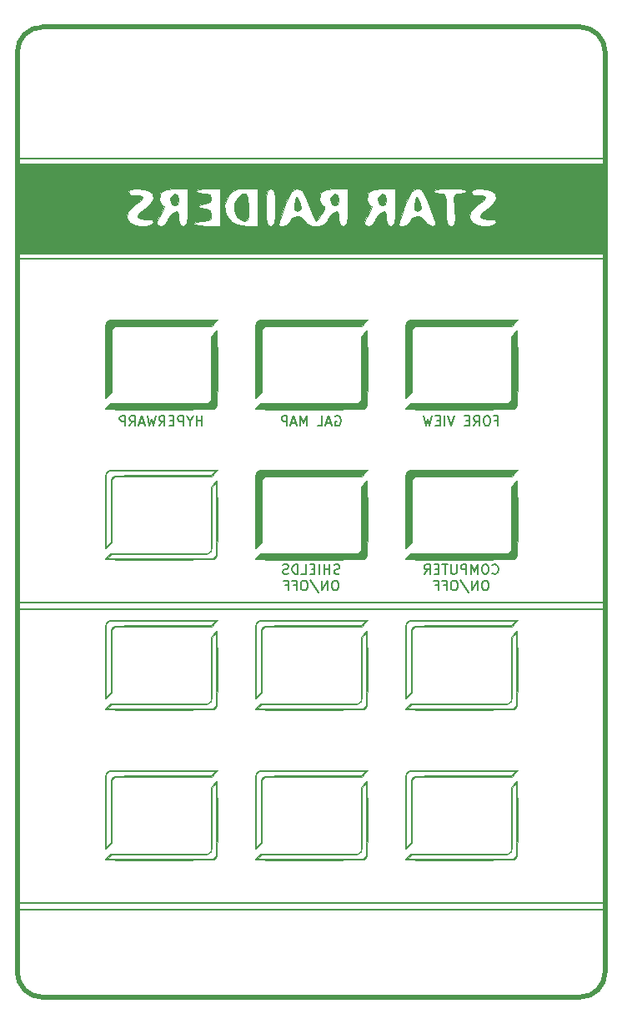
<source format=gbo>
%TF.GenerationSoftware,KiCad,Pcbnew,(5.1.8)-1*%
%TF.CreationDate,2021-02-21T22:46:44+01:00*%
%TF.ProjectId,A2600 Faceplate,41323630-3020-4466-9163-65706c617465,rev?*%
%TF.SameCoordinates,Original*%
%TF.FileFunction,Legend,Bot*%
%TF.FilePolarity,Positive*%
%FSLAX46Y46*%
G04 Gerber Fmt 4.6, Leading zero omitted, Abs format (unit mm)*
G04 Created by KiCad (PCBNEW (5.1.8)-1) date 2021-02-21 22:46:44*
%MOMM*%
%LPD*%
G01*
G04 APERTURE LIST*
%ADD10C,0.200000*%
%ADD11C,0.500000*%
%ADD12C,0.150000*%
%ADD13C,0.010000*%
G04 APERTURE END LIST*
D10*
X122555000Y-64135000D02*
X182245000Y-64135000D01*
X182245000Y-63500000D02*
X122555000Y-63500000D01*
X122555000Y-54610000D02*
X182245000Y-54610000D01*
X182245000Y-53975000D02*
X122555000Y-53975000D01*
D11*
X125095000Y-40640000D02*
G75*
G03*
X122555000Y-43180000I0J-2540000D01*
G01*
X125095000Y-139065000D02*
X179705000Y-139065000D01*
X179705000Y-40640000D02*
X125095000Y-40640000D01*
X182245000Y-136525000D02*
X182245000Y-43180000D01*
X179705000Y-139065000D02*
G75*
G03*
X182245000Y-136525000I0J2540000D01*
G01*
X122555000Y-43180000D02*
X122555000Y-136525000D01*
X122555000Y-136525000D02*
G75*
G03*
X125095000Y-139065000I2540000J0D01*
G01*
X182245000Y-43180000D02*
G75*
G03*
X179705000Y-40640000I-2540000J0D01*
G01*
D10*
X182245000Y-129540000D02*
X122555000Y-129540000D01*
X122555000Y-130175000D02*
X182245000Y-130175000D01*
X122555000Y-99695000D02*
X182245000Y-99695000D01*
X182245000Y-99060000D02*
X122555000Y-99060000D01*
D12*
X155280952Y-96099761D02*
X155138095Y-96147380D01*
X154900000Y-96147380D01*
X154804761Y-96099761D01*
X154757142Y-96052142D01*
X154709523Y-95956904D01*
X154709523Y-95861666D01*
X154757142Y-95766428D01*
X154804761Y-95718809D01*
X154900000Y-95671190D01*
X155090476Y-95623571D01*
X155185714Y-95575952D01*
X155233333Y-95528333D01*
X155280952Y-95433095D01*
X155280952Y-95337857D01*
X155233333Y-95242619D01*
X155185714Y-95195000D01*
X155090476Y-95147380D01*
X154852380Y-95147380D01*
X154709523Y-95195000D01*
X154280952Y-96147380D02*
X154280952Y-95147380D01*
X154280952Y-95623571D02*
X153709523Y-95623571D01*
X153709523Y-96147380D02*
X153709523Y-95147380D01*
X153233333Y-96147380D02*
X153233333Y-95147380D01*
X152757142Y-95623571D02*
X152423809Y-95623571D01*
X152280952Y-96147380D02*
X152757142Y-96147380D01*
X152757142Y-95147380D01*
X152280952Y-95147380D01*
X151376190Y-96147380D02*
X151852380Y-96147380D01*
X151852380Y-95147380D01*
X151042857Y-96147380D02*
X151042857Y-95147380D01*
X150804761Y-95147380D01*
X150661904Y-95195000D01*
X150566666Y-95290238D01*
X150519047Y-95385476D01*
X150471428Y-95575952D01*
X150471428Y-95718809D01*
X150519047Y-95909285D01*
X150566666Y-96004523D01*
X150661904Y-96099761D01*
X150804761Y-96147380D01*
X151042857Y-96147380D01*
X150090476Y-96099761D02*
X149947619Y-96147380D01*
X149709523Y-96147380D01*
X149614285Y-96099761D01*
X149566666Y-96052142D01*
X149519047Y-95956904D01*
X149519047Y-95861666D01*
X149566666Y-95766428D01*
X149614285Y-95718809D01*
X149709523Y-95671190D01*
X149900000Y-95623571D01*
X149995238Y-95575952D01*
X150042857Y-95528333D01*
X150090476Y-95433095D01*
X150090476Y-95337857D01*
X150042857Y-95242619D01*
X149995238Y-95195000D01*
X149900000Y-95147380D01*
X149661904Y-95147380D01*
X149519047Y-95195000D01*
X154923809Y-96797380D02*
X154733333Y-96797380D01*
X154638095Y-96845000D01*
X154542857Y-96940238D01*
X154495238Y-97130714D01*
X154495238Y-97464047D01*
X154542857Y-97654523D01*
X154638095Y-97749761D01*
X154733333Y-97797380D01*
X154923809Y-97797380D01*
X155019047Y-97749761D01*
X155114285Y-97654523D01*
X155161904Y-97464047D01*
X155161904Y-97130714D01*
X155114285Y-96940238D01*
X155019047Y-96845000D01*
X154923809Y-96797380D01*
X154066666Y-97797380D02*
X154066666Y-96797380D01*
X153495238Y-97797380D01*
X153495238Y-96797380D01*
X152304761Y-96749761D02*
X153161904Y-98035476D01*
X151780952Y-96797380D02*
X151590476Y-96797380D01*
X151495238Y-96845000D01*
X151400000Y-96940238D01*
X151352380Y-97130714D01*
X151352380Y-97464047D01*
X151400000Y-97654523D01*
X151495238Y-97749761D01*
X151590476Y-97797380D01*
X151780952Y-97797380D01*
X151876190Y-97749761D01*
X151971428Y-97654523D01*
X152019047Y-97464047D01*
X152019047Y-97130714D01*
X151971428Y-96940238D01*
X151876190Y-96845000D01*
X151780952Y-96797380D01*
X150590476Y-97273571D02*
X150923809Y-97273571D01*
X150923809Y-97797380D02*
X150923809Y-96797380D01*
X150447619Y-96797380D01*
X149733333Y-97273571D02*
X150066666Y-97273571D01*
X150066666Y-97797380D02*
X150066666Y-96797380D01*
X149590476Y-96797380D01*
X170782857Y-96052142D02*
X170830476Y-96099761D01*
X170973333Y-96147380D01*
X171068571Y-96147380D01*
X171211428Y-96099761D01*
X171306666Y-96004523D01*
X171354285Y-95909285D01*
X171401904Y-95718809D01*
X171401904Y-95575952D01*
X171354285Y-95385476D01*
X171306666Y-95290238D01*
X171211428Y-95195000D01*
X171068571Y-95147380D01*
X170973333Y-95147380D01*
X170830476Y-95195000D01*
X170782857Y-95242619D01*
X170163809Y-95147380D02*
X169973333Y-95147380D01*
X169878095Y-95195000D01*
X169782857Y-95290238D01*
X169735238Y-95480714D01*
X169735238Y-95814047D01*
X169782857Y-96004523D01*
X169878095Y-96099761D01*
X169973333Y-96147380D01*
X170163809Y-96147380D01*
X170259047Y-96099761D01*
X170354285Y-96004523D01*
X170401904Y-95814047D01*
X170401904Y-95480714D01*
X170354285Y-95290238D01*
X170259047Y-95195000D01*
X170163809Y-95147380D01*
X169306666Y-96147380D02*
X169306666Y-95147380D01*
X168973333Y-95861666D01*
X168640000Y-95147380D01*
X168640000Y-96147380D01*
X168163809Y-96147380D02*
X168163809Y-95147380D01*
X167782857Y-95147380D01*
X167687619Y-95195000D01*
X167640000Y-95242619D01*
X167592380Y-95337857D01*
X167592380Y-95480714D01*
X167640000Y-95575952D01*
X167687619Y-95623571D01*
X167782857Y-95671190D01*
X168163809Y-95671190D01*
X167163809Y-95147380D02*
X167163809Y-95956904D01*
X167116190Y-96052142D01*
X167068571Y-96099761D01*
X166973333Y-96147380D01*
X166782857Y-96147380D01*
X166687619Y-96099761D01*
X166640000Y-96052142D01*
X166592380Y-95956904D01*
X166592380Y-95147380D01*
X166259047Y-95147380D02*
X165687619Y-95147380D01*
X165973333Y-96147380D02*
X165973333Y-95147380D01*
X165354285Y-95623571D02*
X165020952Y-95623571D01*
X164878095Y-96147380D02*
X165354285Y-96147380D01*
X165354285Y-95147380D01*
X164878095Y-95147380D01*
X163878095Y-96147380D02*
X164211428Y-95671190D01*
X164449523Y-96147380D02*
X164449523Y-95147380D01*
X164068571Y-95147380D01*
X163973333Y-95195000D01*
X163925714Y-95242619D01*
X163878095Y-95337857D01*
X163878095Y-95480714D01*
X163925714Y-95575952D01*
X163973333Y-95623571D01*
X164068571Y-95671190D01*
X164449523Y-95671190D01*
X170163809Y-96797380D02*
X169973333Y-96797380D01*
X169878095Y-96845000D01*
X169782857Y-96940238D01*
X169735238Y-97130714D01*
X169735238Y-97464047D01*
X169782857Y-97654523D01*
X169878095Y-97749761D01*
X169973333Y-97797380D01*
X170163809Y-97797380D01*
X170259047Y-97749761D01*
X170354285Y-97654523D01*
X170401904Y-97464047D01*
X170401904Y-97130714D01*
X170354285Y-96940238D01*
X170259047Y-96845000D01*
X170163809Y-96797380D01*
X169306666Y-97797380D02*
X169306666Y-96797380D01*
X168735238Y-97797380D01*
X168735238Y-96797380D01*
X167544761Y-96749761D02*
X168401904Y-98035476D01*
X167020952Y-96797380D02*
X166830476Y-96797380D01*
X166735238Y-96845000D01*
X166640000Y-96940238D01*
X166592380Y-97130714D01*
X166592380Y-97464047D01*
X166640000Y-97654523D01*
X166735238Y-97749761D01*
X166830476Y-97797380D01*
X167020952Y-97797380D01*
X167116190Y-97749761D01*
X167211428Y-97654523D01*
X167259047Y-97464047D01*
X167259047Y-97130714D01*
X167211428Y-96940238D01*
X167116190Y-96845000D01*
X167020952Y-96797380D01*
X165830476Y-97273571D02*
X166163809Y-97273571D01*
X166163809Y-97797380D02*
X166163809Y-96797380D01*
X165687619Y-96797380D01*
X164973333Y-97273571D02*
X165306666Y-97273571D01*
X165306666Y-97797380D02*
X165306666Y-96797380D01*
X164830476Y-96797380D01*
X141326666Y-81097380D02*
X141326666Y-80097380D01*
X141326666Y-80573571D02*
X140755238Y-80573571D01*
X140755238Y-81097380D02*
X140755238Y-80097380D01*
X140088571Y-80621190D02*
X140088571Y-81097380D01*
X140421904Y-80097380D02*
X140088571Y-80621190D01*
X139755238Y-80097380D01*
X139421904Y-81097380D02*
X139421904Y-80097380D01*
X139040952Y-80097380D01*
X138945714Y-80145000D01*
X138898095Y-80192619D01*
X138850476Y-80287857D01*
X138850476Y-80430714D01*
X138898095Y-80525952D01*
X138945714Y-80573571D01*
X139040952Y-80621190D01*
X139421904Y-80621190D01*
X138421904Y-80573571D02*
X138088571Y-80573571D01*
X137945714Y-81097380D02*
X138421904Y-81097380D01*
X138421904Y-80097380D01*
X137945714Y-80097380D01*
X136945714Y-81097380D02*
X137279047Y-80621190D01*
X137517142Y-81097380D02*
X137517142Y-80097380D01*
X137136190Y-80097380D01*
X137040952Y-80145000D01*
X136993333Y-80192619D01*
X136945714Y-80287857D01*
X136945714Y-80430714D01*
X136993333Y-80525952D01*
X137040952Y-80573571D01*
X137136190Y-80621190D01*
X137517142Y-80621190D01*
X136612380Y-80097380D02*
X136374285Y-81097380D01*
X136183809Y-80383095D01*
X135993333Y-81097380D01*
X135755238Y-80097380D01*
X135421904Y-80811666D02*
X134945714Y-80811666D01*
X135517142Y-81097380D02*
X135183809Y-80097380D01*
X134850476Y-81097380D01*
X133945714Y-81097380D02*
X134279047Y-80621190D01*
X134517142Y-81097380D02*
X134517142Y-80097380D01*
X134136190Y-80097380D01*
X134040952Y-80145000D01*
X133993333Y-80192619D01*
X133945714Y-80287857D01*
X133945714Y-80430714D01*
X133993333Y-80525952D01*
X134040952Y-80573571D01*
X134136190Y-80621190D01*
X134517142Y-80621190D01*
X133517142Y-81097380D02*
X133517142Y-80097380D01*
X133136190Y-80097380D01*
X133040952Y-80145000D01*
X132993333Y-80192619D01*
X132945714Y-80287857D01*
X132945714Y-80430714D01*
X132993333Y-80525952D01*
X133040952Y-80573571D01*
X133136190Y-80621190D01*
X133517142Y-80621190D01*
X154852380Y-80145000D02*
X154947619Y-80097380D01*
X155090476Y-80097380D01*
X155233333Y-80145000D01*
X155328571Y-80240238D01*
X155376190Y-80335476D01*
X155423809Y-80525952D01*
X155423809Y-80668809D01*
X155376190Y-80859285D01*
X155328571Y-80954523D01*
X155233333Y-81049761D01*
X155090476Y-81097380D01*
X154995238Y-81097380D01*
X154852380Y-81049761D01*
X154804761Y-81002142D01*
X154804761Y-80668809D01*
X154995238Y-80668809D01*
X154423809Y-80811666D02*
X153947619Y-80811666D01*
X154519047Y-81097380D02*
X154185714Y-80097380D01*
X153852380Y-81097380D01*
X153042857Y-81097380D02*
X153519047Y-81097380D01*
X153519047Y-80097380D01*
X151947619Y-81097380D02*
X151947619Y-80097380D01*
X151614285Y-80811666D01*
X151280952Y-80097380D01*
X151280952Y-81097380D01*
X150852380Y-80811666D02*
X150376190Y-80811666D01*
X150947619Y-81097380D02*
X150614285Y-80097380D01*
X150280952Y-81097380D01*
X149947619Y-81097380D02*
X149947619Y-80097380D01*
X149566666Y-80097380D01*
X149471428Y-80145000D01*
X149423809Y-80192619D01*
X149376190Y-80287857D01*
X149376190Y-80430714D01*
X149423809Y-80525952D01*
X149471428Y-80573571D01*
X149566666Y-80621190D01*
X149947619Y-80621190D01*
X171044761Y-80573571D02*
X171378095Y-80573571D01*
X171378095Y-81097380D02*
X171378095Y-80097380D01*
X170901904Y-80097380D01*
X170330476Y-80097380D02*
X170140000Y-80097380D01*
X170044761Y-80145000D01*
X169949523Y-80240238D01*
X169901904Y-80430714D01*
X169901904Y-80764047D01*
X169949523Y-80954523D01*
X170044761Y-81049761D01*
X170140000Y-81097380D01*
X170330476Y-81097380D01*
X170425714Y-81049761D01*
X170520952Y-80954523D01*
X170568571Y-80764047D01*
X170568571Y-80430714D01*
X170520952Y-80240238D01*
X170425714Y-80145000D01*
X170330476Y-80097380D01*
X168901904Y-81097380D02*
X169235238Y-80621190D01*
X169473333Y-81097380D02*
X169473333Y-80097380D01*
X169092380Y-80097380D01*
X168997142Y-80145000D01*
X168949523Y-80192619D01*
X168901904Y-80287857D01*
X168901904Y-80430714D01*
X168949523Y-80525952D01*
X168997142Y-80573571D01*
X169092380Y-80621190D01*
X169473333Y-80621190D01*
X168473333Y-80573571D02*
X168140000Y-80573571D01*
X167997142Y-81097380D02*
X168473333Y-81097380D01*
X168473333Y-80097380D01*
X167997142Y-80097380D01*
X166949523Y-80097380D02*
X166616190Y-81097380D01*
X166282857Y-80097380D01*
X165949523Y-81097380D02*
X165949523Y-80097380D01*
X165473333Y-80573571D02*
X165140000Y-80573571D01*
X164997142Y-81097380D02*
X165473333Y-81097380D01*
X165473333Y-80097380D01*
X164997142Y-80097380D01*
X164663809Y-80097380D02*
X164425714Y-81097380D01*
X164235238Y-80383095D01*
X164044761Y-81097380D01*
X163806666Y-80097380D01*
D13*
%TO.C,G\u002A\u002A\u002A*%
G36*
X138493500Y-57579354D02*
G01*
X138127748Y-57866974D01*
X138049000Y-58166000D01*
X138241674Y-58615384D01*
X138493500Y-58752645D01*
X138830400Y-58684791D01*
X138937232Y-58235427D01*
X138938000Y-58166000D01*
X138850234Y-57673385D01*
X138539505Y-57571657D01*
X138493500Y-57579354D01*
G37*
X138493500Y-57579354D02*
X138127748Y-57866974D01*
X138049000Y-58166000D01*
X138241674Y-58615384D01*
X138493500Y-58752645D01*
X138830400Y-58684791D01*
X138937232Y-58235427D01*
X138938000Y-58166000D01*
X138850234Y-57673385D01*
X138539505Y-57571657D01*
X138493500Y-57579354D01*
G36*
X145376475Y-57570033D02*
G01*
X144925143Y-57930142D01*
X144595062Y-58544257D01*
X144595864Y-59249782D01*
X144874769Y-59880836D01*
X145378997Y-60271540D01*
X145687143Y-60325000D01*
X145909277Y-60180343D01*
X146022667Y-59689845D01*
X146050000Y-58928000D01*
X145979556Y-58001609D01*
X145759439Y-57552849D01*
X145376475Y-57570033D01*
G37*
X145376475Y-57570033D02*
X144925143Y-57930142D01*
X144595062Y-58544257D01*
X144595864Y-59249782D01*
X144874769Y-59880836D01*
X145378997Y-60271540D01*
X145687143Y-60325000D01*
X145909277Y-60180343D01*
X146022667Y-59689845D01*
X146050000Y-58928000D01*
X145979556Y-58001609D01*
X145759439Y-57552849D01*
X145376475Y-57570033D01*
G36*
X154749500Y-57579354D02*
G01*
X154383748Y-57866974D01*
X154305000Y-58166000D01*
X154497674Y-58615384D01*
X154749500Y-58752645D01*
X155086400Y-58684791D01*
X155193232Y-58235427D01*
X155194000Y-58166000D01*
X155106234Y-57673385D01*
X154795505Y-57571657D01*
X154749500Y-57579354D01*
G37*
X154749500Y-57579354D02*
X154383748Y-57866974D01*
X154305000Y-58166000D01*
X154497674Y-58615384D01*
X154749500Y-58752645D01*
X155086400Y-58684791D01*
X155193232Y-58235427D01*
X155194000Y-58166000D01*
X155106234Y-57673385D01*
X154795505Y-57571657D01*
X154749500Y-57579354D01*
G36*
X150890385Y-57912000D02*
G01*
X150811911Y-58344284D01*
X150715908Y-58737500D01*
X150692038Y-59186821D01*
X150973376Y-59309000D01*
X151319523Y-59150493D01*
X151366148Y-58991500D01*
X151284646Y-58593445D01*
X151127477Y-58166714D01*
X150970612Y-57883685D01*
X150890385Y-57912000D01*
G37*
X150890385Y-57912000D02*
X150811911Y-58344284D01*
X150715908Y-58737500D01*
X150692038Y-59186821D01*
X150973376Y-59309000D01*
X151319523Y-59150493D01*
X151366148Y-58991500D01*
X151284646Y-58593445D01*
X151127477Y-58166714D01*
X150970612Y-57883685D01*
X150890385Y-57912000D01*
G36*
X159575500Y-57579354D02*
G01*
X159209748Y-57866974D01*
X159131000Y-58166000D01*
X159323674Y-58615384D01*
X159575500Y-58752645D01*
X159912400Y-58684791D01*
X160019232Y-58235427D01*
X160020000Y-58166000D01*
X159932234Y-57673385D01*
X159621505Y-57571657D01*
X159575500Y-57579354D01*
G37*
X159575500Y-57579354D02*
X159209748Y-57866974D01*
X159131000Y-58166000D01*
X159323674Y-58615384D01*
X159575500Y-58752645D01*
X159912400Y-58684791D01*
X160019232Y-58235427D01*
X160020000Y-58166000D01*
X159932234Y-57673385D01*
X159621505Y-57571657D01*
X159575500Y-57579354D01*
G36*
X163082385Y-57912000D02*
G01*
X163003911Y-58344284D01*
X162907908Y-58737500D01*
X162884038Y-59186821D01*
X163165376Y-59309000D01*
X163511523Y-59150493D01*
X163558148Y-58991500D01*
X163476646Y-58593445D01*
X163319477Y-58166714D01*
X163162612Y-57883685D01*
X163082385Y-57912000D01*
G37*
X163082385Y-57912000D02*
X163003911Y-58344284D01*
X162907908Y-58737500D01*
X162884038Y-59186821D01*
X163165376Y-59309000D01*
X163511523Y-59150493D01*
X163558148Y-58991500D01*
X163476646Y-58593445D01*
X163319477Y-58166714D01*
X163162612Y-57883685D01*
X163082385Y-57912000D01*
G36*
X122682000Y-63627000D02*
G01*
X182118000Y-63627000D01*
X182118000Y-60451033D01*
X171196000Y-60451033D01*
X170979176Y-60705425D01*
X170444188Y-60827537D01*
X169764268Y-60813917D01*
X169112648Y-60661111D01*
X168803927Y-60498711D01*
X168456326Y-60003703D01*
X168569328Y-59423658D01*
X169120969Y-58832269D01*
X169346725Y-58677399D01*
X169915161Y-58222492D01*
X170042786Y-57887002D01*
X169730653Y-57723806D01*
X169327858Y-57731113D01*
X168797364Y-57683252D01*
X168656000Y-57413613D01*
X168737902Y-57277000D01*
X168148000Y-57277000D01*
X167929615Y-57464239D01*
X167478225Y-57531000D01*
X167120478Y-57550525D01*
X166930964Y-57685421D01*
X166872430Y-58050162D01*
X166907626Y-58759224D01*
X166940976Y-59182000D01*
X166998518Y-60072422D01*
X166975045Y-60569885D01*
X166847118Y-60786154D01*
X166594752Y-60833000D01*
X166334667Y-60773194D01*
X166316708Y-60741839D01*
X164998521Y-60741839D01*
X164636292Y-60833000D01*
X164136357Y-60614708D01*
X163957000Y-60325000D01*
X163584025Y-59897518D01*
X163195000Y-59817000D01*
X162625770Y-60017656D01*
X162433000Y-60325000D01*
X162174198Y-60645296D01*
X161765760Y-60831096D01*
X161408394Y-60826442D01*
X161294216Y-60642500D01*
X161377586Y-60323837D01*
X161592360Y-59669484D01*
X161892446Y-58819733D01*
X161899259Y-58801000D01*
X162263983Y-57886984D01*
X162574322Y-57361813D01*
X162902227Y-57122293D01*
X163101544Y-57076619D01*
X163359771Y-57068761D01*
X163576878Y-57164020D01*
X163793495Y-57433652D01*
X164050254Y-57948910D01*
X164387785Y-58781050D01*
X164846717Y-60001325D01*
X164990027Y-60388500D01*
X164998521Y-60741839D01*
X166316708Y-60741839D01*
X166189629Y-60519982D01*
X166127538Y-59962673D01*
X166116000Y-59182000D01*
X166104866Y-58294493D01*
X166042034Y-57800163D01*
X165883363Y-57584238D01*
X165584711Y-57531952D01*
X165481000Y-57531000D01*
X165003656Y-57444052D01*
X164846000Y-57277000D01*
X165079273Y-57144269D01*
X165697220Y-57053395D01*
X166497000Y-57023000D01*
X160909000Y-57023000D01*
X160909000Y-58928000D01*
X160893921Y-59910809D01*
X160832834Y-60487978D01*
X160701971Y-60761383D01*
X160477560Y-60832896D01*
X160464500Y-60833000D01*
X160130133Y-60676270D01*
X160020710Y-60142711D01*
X160020000Y-60071000D01*
X159964818Y-59537088D01*
X159831860Y-59312899D01*
X159829500Y-59312889D01*
X159308149Y-59556492D01*
X158921831Y-60178896D01*
X158894118Y-60261500D01*
X158556751Y-60726444D01*
X158224884Y-60833000D01*
X157850875Y-60775306D01*
X157774531Y-60540962D01*
X157996943Y-60038074D01*
X158239217Y-59626500D01*
X158504518Y-59104745D01*
X158546978Y-58819257D01*
X158509384Y-58801000D01*
X158229324Y-58590442D01*
X158093220Y-58111833D01*
X158142988Y-57594766D01*
X158252116Y-57391811D01*
X158734759Y-57138480D01*
X159568145Y-57025598D01*
X159733601Y-57023000D01*
X156083000Y-57023000D01*
X156083000Y-58928000D01*
X156067921Y-59910809D01*
X156006834Y-60487978D01*
X155875971Y-60761383D01*
X155651560Y-60832896D01*
X155638500Y-60833000D01*
X155304133Y-60676270D01*
X155194710Y-60142711D01*
X155194000Y-60071000D01*
X155138818Y-59537088D01*
X155005860Y-59312899D01*
X155003500Y-59312889D01*
X154482149Y-59556492D01*
X154095831Y-60178896D01*
X154068118Y-60261500D01*
X153714363Y-60673340D01*
X153108135Y-60866886D01*
X152445921Y-60836720D01*
X151924205Y-60577425D01*
X151765000Y-60325000D01*
X151392025Y-59897518D01*
X151003000Y-59817000D01*
X150433770Y-60017656D01*
X150241000Y-60325000D01*
X149982198Y-60645296D01*
X149573760Y-60831096D01*
X149216394Y-60826442D01*
X149102216Y-60642500D01*
X149185586Y-60323837D01*
X149400360Y-59669484D01*
X149662211Y-58928000D01*
X148717000Y-58928000D01*
X148701921Y-59910809D01*
X148640834Y-60487978D01*
X148509971Y-60761383D01*
X148285560Y-60832896D01*
X148272500Y-60833000D01*
X148043178Y-60768372D01*
X147908505Y-60506573D01*
X147844711Y-59945730D01*
X147828025Y-58983967D01*
X147828000Y-58928000D01*
X147843080Y-57945190D01*
X147904167Y-57368021D01*
X148035030Y-57094616D01*
X148259441Y-57023103D01*
X148272500Y-57023000D01*
X146939000Y-57023000D01*
X146939000Y-60833000D01*
X145887640Y-60833000D01*
X144968658Y-60707487D01*
X144300905Y-60388500D01*
X143736285Y-59625215D01*
X143605189Y-58726195D01*
X143923964Y-57845010D01*
X144016584Y-57717491D01*
X144462879Y-57269826D01*
X145002659Y-57067022D01*
X145750936Y-57023000D01*
X143129000Y-57023000D01*
X143129000Y-60833000D01*
X141795500Y-60833000D01*
X141050490Y-60789367D01*
X140566482Y-60677291D01*
X140462000Y-60579000D01*
X140685287Y-60411113D01*
X141234331Y-60327193D01*
X141351000Y-60325000D01*
X141952195Y-60277557D01*
X142198313Y-60064061D01*
X142240000Y-59690000D01*
X142135092Y-59206634D01*
X141722021Y-59057681D01*
X141605000Y-59055000D01*
X141127656Y-58968052D01*
X140970000Y-58801000D01*
X141187369Y-58610062D01*
X141605000Y-58547000D01*
X142102944Y-58427939D01*
X142240000Y-58039000D01*
X142120253Y-57667159D01*
X141674702Y-57536240D01*
X141478000Y-57531000D01*
X140942975Y-57457427D01*
X140716059Y-57280160D01*
X140716000Y-57277000D01*
X140943761Y-57128923D01*
X141523193Y-57037382D01*
X141922500Y-57023000D01*
X139827000Y-57023000D01*
X139827000Y-58928000D01*
X139811921Y-59910809D01*
X139750834Y-60487978D01*
X139619971Y-60761383D01*
X139395560Y-60832896D01*
X139382500Y-60833000D01*
X139048133Y-60676270D01*
X138938710Y-60142711D01*
X138938000Y-60071000D01*
X138882818Y-59537088D01*
X138749860Y-59312899D01*
X138747500Y-59312889D01*
X138226149Y-59556492D01*
X137839831Y-60178896D01*
X137812118Y-60261500D01*
X137474751Y-60726444D01*
X137142884Y-60833000D01*
X136768875Y-60775306D01*
X136692531Y-60540962D01*
X136732303Y-60451033D01*
X136398000Y-60451033D01*
X136181176Y-60705425D01*
X135646188Y-60827537D01*
X134966268Y-60813917D01*
X134314648Y-60661111D01*
X134005927Y-60498711D01*
X133658326Y-60003703D01*
X133771328Y-59423658D01*
X134322969Y-58832269D01*
X134548725Y-58677399D01*
X135117161Y-58222492D01*
X135244786Y-57887002D01*
X134932653Y-57723806D01*
X134529858Y-57731113D01*
X133999364Y-57683252D01*
X133858000Y-57413613D01*
X134023194Y-57138070D01*
X134574011Y-57028513D01*
X134823200Y-57023000D01*
X135750722Y-57169430D01*
X136283421Y-57550936D01*
X136393055Y-58080840D01*
X136051383Y-58672465D01*
X135498301Y-59094968D01*
X134887634Y-59556376D01*
X134735536Y-59913758D01*
X135037047Y-60116525D01*
X135600139Y-60133533D01*
X136196919Y-60166910D01*
X136396907Y-60419347D01*
X136398000Y-60451033D01*
X136732303Y-60451033D01*
X136914943Y-60038074D01*
X137157217Y-59626500D01*
X137422518Y-59104745D01*
X137464978Y-58819257D01*
X137427384Y-58801000D01*
X137147324Y-58590442D01*
X137011220Y-58111833D01*
X137060988Y-57594766D01*
X137170116Y-57391811D01*
X137652759Y-57138480D01*
X138486145Y-57025598D01*
X138651601Y-57023000D01*
X139827000Y-57023000D01*
X141922500Y-57023000D01*
X143129000Y-57023000D01*
X145750936Y-57023000D01*
X146939000Y-57023000D01*
X148272500Y-57023000D01*
X148501823Y-57087627D01*
X148636496Y-57349426D01*
X148700290Y-57910269D01*
X148716976Y-58872032D01*
X148717000Y-58928000D01*
X149662211Y-58928000D01*
X149700446Y-58819733D01*
X149707259Y-58801000D01*
X150071191Y-57888188D01*
X150380590Y-57363448D01*
X150708028Y-57123010D01*
X150914144Y-57075312D01*
X151256116Y-57090298D01*
X151526216Y-57299651D01*
X151799902Y-57800949D01*
X152141817Y-58662812D01*
X152467161Y-59484726D01*
X152736453Y-60078432D01*
X152894315Y-60322518D01*
X152899217Y-60323394D01*
X153102524Y-60124978D01*
X153421432Y-59641369D01*
X153467687Y-59561394D01*
X153696466Y-59061014D01*
X153702439Y-58808404D01*
X153675303Y-58801000D01*
X153400615Y-58590419D01*
X153267657Y-58112051D01*
X153317113Y-57595956D01*
X153426116Y-57391811D01*
X153908759Y-57138480D01*
X154742145Y-57025598D01*
X154907601Y-57023000D01*
X156083000Y-57023000D01*
X159733601Y-57023000D01*
X160909000Y-57023000D01*
X166497000Y-57023000D01*
X167359747Y-57058888D01*
X167950429Y-57153956D01*
X168148000Y-57277000D01*
X168737902Y-57277000D01*
X168821194Y-57138070D01*
X169372011Y-57028513D01*
X169621200Y-57023000D01*
X170548722Y-57169430D01*
X171081421Y-57550936D01*
X171191055Y-58080840D01*
X170849383Y-58672465D01*
X170296301Y-59094968D01*
X169685634Y-59556376D01*
X169533536Y-59913758D01*
X169835047Y-60116525D01*
X170398139Y-60133533D01*
X170994919Y-60166910D01*
X171194907Y-60419347D01*
X171196000Y-60451033D01*
X182118000Y-60451033D01*
X182118000Y-54483000D01*
X122682000Y-54483000D01*
X122682000Y-63627000D01*
G37*
X122682000Y-63627000D02*
X182118000Y-63627000D01*
X182118000Y-60451033D01*
X171196000Y-60451033D01*
X170979176Y-60705425D01*
X170444188Y-60827537D01*
X169764268Y-60813917D01*
X169112648Y-60661111D01*
X168803927Y-60498711D01*
X168456326Y-60003703D01*
X168569328Y-59423658D01*
X169120969Y-58832269D01*
X169346725Y-58677399D01*
X169915161Y-58222492D01*
X170042786Y-57887002D01*
X169730653Y-57723806D01*
X169327858Y-57731113D01*
X168797364Y-57683252D01*
X168656000Y-57413613D01*
X168737902Y-57277000D01*
X168148000Y-57277000D01*
X167929615Y-57464239D01*
X167478225Y-57531000D01*
X167120478Y-57550525D01*
X166930964Y-57685421D01*
X166872430Y-58050162D01*
X166907626Y-58759224D01*
X166940976Y-59182000D01*
X166998518Y-60072422D01*
X166975045Y-60569885D01*
X166847118Y-60786154D01*
X166594752Y-60833000D01*
X166334667Y-60773194D01*
X166316708Y-60741839D01*
X164998521Y-60741839D01*
X164636292Y-60833000D01*
X164136357Y-60614708D01*
X163957000Y-60325000D01*
X163584025Y-59897518D01*
X163195000Y-59817000D01*
X162625770Y-60017656D01*
X162433000Y-60325000D01*
X162174198Y-60645296D01*
X161765760Y-60831096D01*
X161408394Y-60826442D01*
X161294216Y-60642500D01*
X161377586Y-60323837D01*
X161592360Y-59669484D01*
X161892446Y-58819733D01*
X161899259Y-58801000D01*
X162263983Y-57886984D01*
X162574322Y-57361813D01*
X162902227Y-57122293D01*
X163101544Y-57076619D01*
X163359771Y-57068761D01*
X163576878Y-57164020D01*
X163793495Y-57433652D01*
X164050254Y-57948910D01*
X164387785Y-58781050D01*
X164846717Y-60001325D01*
X164990027Y-60388500D01*
X164998521Y-60741839D01*
X166316708Y-60741839D01*
X166189629Y-60519982D01*
X166127538Y-59962673D01*
X166116000Y-59182000D01*
X166104866Y-58294493D01*
X166042034Y-57800163D01*
X165883363Y-57584238D01*
X165584711Y-57531952D01*
X165481000Y-57531000D01*
X165003656Y-57444052D01*
X164846000Y-57277000D01*
X165079273Y-57144269D01*
X165697220Y-57053395D01*
X166497000Y-57023000D01*
X160909000Y-57023000D01*
X160909000Y-58928000D01*
X160893921Y-59910809D01*
X160832834Y-60487978D01*
X160701971Y-60761383D01*
X160477560Y-60832896D01*
X160464500Y-60833000D01*
X160130133Y-60676270D01*
X160020710Y-60142711D01*
X160020000Y-60071000D01*
X159964818Y-59537088D01*
X159831860Y-59312899D01*
X159829500Y-59312889D01*
X159308149Y-59556492D01*
X158921831Y-60178896D01*
X158894118Y-60261500D01*
X158556751Y-60726444D01*
X158224884Y-60833000D01*
X157850875Y-60775306D01*
X157774531Y-60540962D01*
X157996943Y-60038074D01*
X158239217Y-59626500D01*
X158504518Y-59104745D01*
X158546978Y-58819257D01*
X158509384Y-58801000D01*
X158229324Y-58590442D01*
X158093220Y-58111833D01*
X158142988Y-57594766D01*
X158252116Y-57391811D01*
X158734759Y-57138480D01*
X159568145Y-57025598D01*
X159733601Y-57023000D01*
X156083000Y-57023000D01*
X156083000Y-58928000D01*
X156067921Y-59910809D01*
X156006834Y-60487978D01*
X155875971Y-60761383D01*
X155651560Y-60832896D01*
X155638500Y-60833000D01*
X155304133Y-60676270D01*
X155194710Y-60142711D01*
X155194000Y-60071000D01*
X155138818Y-59537088D01*
X155005860Y-59312899D01*
X155003500Y-59312889D01*
X154482149Y-59556492D01*
X154095831Y-60178896D01*
X154068118Y-60261500D01*
X153714363Y-60673340D01*
X153108135Y-60866886D01*
X152445921Y-60836720D01*
X151924205Y-60577425D01*
X151765000Y-60325000D01*
X151392025Y-59897518D01*
X151003000Y-59817000D01*
X150433770Y-60017656D01*
X150241000Y-60325000D01*
X149982198Y-60645296D01*
X149573760Y-60831096D01*
X149216394Y-60826442D01*
X149102216Y-60642500D01*
X149185586Y-60323837D01*
X149400360Y-59669484D01*
X149662211Y-58928000D01*
X148717000Y-58928000D01*
X148701921Y-59910809D01*
X148640834Y-60487978D01*
X148509971Y-60761383D01*
X148285560Y-60832896D01*
X148272500Y-60833000D01*
X148043178Y-60768372D01*
X147908505Y-60506573D01*
X147844711Y-59945730D01*
X147828025Y-58983967D01*
X147828000Y-58928000D01*
X147843080Y-57945190D01*
X147904167Y-57368021D01*
X148035030Y-57094616D01*
X148259441Y-57023103D01*
X148272500Y-57023000D01*
X146939000Y-57023000D01*
X146939000Y-60833000D01*
X145887640Y-60833000D01*
X144968658Y-60707487D01*
X144300905Y-60388500D01*
X143736285Y-59625215D01*
X143605189Y-58726195D01*
X143923964Y-57845010D01*
X144016584Y-57717491D01*
X144462879Y-57269826D01*
X145002659Y-57067022D01*
X145750936Y-57023000D01*
X143129000Y-57023000D01*
X143129000Y-60833000D01*
X141795500Y-60833000D01*
X141050490Y-60789367D01*
X140566482Y-60677291D01*
X140462000Y-60579000D01*
X140685287Y-60411113D01*
X141234331Y-60327193D01*
X141351000Y-60325000D01*
X141952195Y-60277557D01*
X142198313Y-60064061D01*
X142240000Y-59690000D01*
X142135092Y-59206634D01*
X141722021Y-59057681D01*
X141605000Y-59055000D01*
X141127656Y-58968052D01*
X140970000Y-58801000D01*
X141187369Y-58610062D01*
X141605000Y-58547000D01*
X142102944Y-58427939D01*
X142240000Y-58039000D01*
X142120253Y-57667159D01*
X141674702Y-57536240D01*
X141478000Y-57531000D01*
X140942975Y-57457427D01*
X140716059Y-57280160D01*
X140716000Y-57277000D01*
X140943761Y-57128923D01*
X141523193Y-57037382D01*
X141922500Y-57023000D01*
X139827000Y-57023000D01*
X139827000Y-58928000D01*
X139811921Y-59910809D01*
X139750834Y-60487978D01*
X139619971Y-60761383D01*
X139395560Y-60832896D01*
X139382500Y-60833000D01*
X139048133Y-60676270D01*
X138938710Y-60142711D01*
X138938000Y-60071000D01*
X138882818Y-59537088D01*
X138749860Y-59312899D01*
X138747500Y-59312889D01*
X138226149Y-59556492D01*
X137839831Y-60178896D01*
X137812118Y-60261500D01*
X137474751Y-60726444D01*
X137142884Y-60833000D01*
X136768875Y-60775306D01*
X136692531Y-60540962D01*
X136732303Y-60451033D01*
X136398000Y-60451033D01*
X136181176Y-60705425D01*
X135646188Y-60827537D01*
X134966268Y-60813917D01*
X134314648Y-60661111D01*
X134005927Y-60498711D01*
X133658326Y-60003703D01*
X133771328Y-59423658D01*
X134322969Y-58832269D01*
X134548725Y-58677399D01*
X135117161Y-58222492D01*
X135244786Y-57887002D01*
X134932653Y-57723806D01*
X134529858Y-57731113D01*
X133999364Y-57683252D01*
X133858000Y-57413613D01*
X134023194Y-57138070D01*
X134574011Y-57028513D01*
X134823200Y-57023000D01*
X135750722Y-57169430D01*
X136283421Y-57550936D01*
X136393055Y-58080840D01*
X136051383Y-58672465D01*
X135498301Y-59094968D01*
X134887634Y-59556376D01*
X134735536Y-59913758D01*
X135037047Y-60116525D01*
X135600139Y-60133533D01*
X136196919Y-60166910D01*
X136396907Y-60419347D01*
X136398000Y-60451033D01*
X136732303Y-60451033D01*
X136914943Y-60038074D01*
X137157217Y-59626500D01*
X137422518Y-59104745D01*
X137464978Y-58819257D01*
X137427384Y-58801000D01*
X137147324Y-58590442D01*
X137011220Y-58111833D01*
X137060988Y-57594766D01*
X137170116Y-57391811D01*
X137652759Y-57138480D01*
X138486145Y-57025598D01*
X138651601Y-57023000D01*
X139827000Y-57023000D01*
X141922500Y-57023000D01*
X143129000Y-57023000D01*
X145750936Y-57023000D01*
X146939000Y-57023000D01*
X148272500Y-57023000D01*
X148501823Y-57087627D01*
X148636496Y-57349426D01*
X148700290Y-57910269D01*
X148716976Y-58872032D01*
X148717000Y-58928000D01*
X149662211Y-58928000D01*
X149700446Y-58819733D01*
X149707259Y-58801000D01*
X150071191Y-57888188D01*
X150380590Y-57363448D01*
X150708028Y-57123010D01*
X150914144Y-57075312D01*
X151256116Y-57090298D01*
X151526216Y-57299651D01*
X151799902Y-57800949D01*
X152141817Y-58662812D01*
X152467161Y-59484726D01*
X152736453Y-60078432D01*
X152894315Y-60322518D01*
X152899217Y-60323394D01*
X153102524Y-60124978D01*
X153421432Y-59641369D01*
X153467687Y-59561394D01*
X153696466Y-59061014D01*
X153702439Y-58808404D01*
X153675303Y-58801000D01*
X153400615Y-58590419D01*
X153267657Y-58112051D01*
X153317113Y-57595956D01*
X153426116Y-57391811D01*
X153908759Y-57138480D01*
X154742145Y-57025598D01*
X154907601Y-57023000D01*
X156083000Y-57023000D01*
X159733601Y-57023000D01*
X160909000Y-57023000D01*
X166497000Y-57023000D01*
X167359747Y-57058888D01*
X167950429Y-57153956D01*
X168148000Y-57277000D01*
X168737902Y-57277000D01*
X168821194Y-57138070D01*
X169372011Y-57028513D01*
X169621200Y-57023000D01*
X170548722Y-57169430D01*
X171081421Y-57550936D01*
X171191055Y-58080840D01*
X170849383Y-58672465D01*
X170296301Y-59094968D01*
X169685634Y-59556376D01*
X169533536Y-59913758D01*
X169835047Y-60116525D01*
X170398139Y-60133533D01*
X170994919Y-60166910D01*
X171194907Y-60419347D01*
X171196000Y-60451033D01*
X182118000Y-60451033D01*
X182118000Y-54483000D01*
X122682000Y-54483000D01*
X122682000Y-63627000D01*
G36*
X152141825Y-94685705D02*
G01*
X152824137Y-94684488D01*
X153498134Y-94682618D01*
X154154493Y-94680108D01*
X154783889Y-94676971D01*
X155377001Y-94673218D01*
X155924504Y-94668862D01*
X156417077Y-94663916D01*
X156845394Y-94658390D01*
X157200134Y-94652298D01*
X157471973Y-94645652D01*
X157651588Y-94638464D01*
X157729656Y-94630746D01*
X157730300Y-94630519D01*
X157856802Y-94545455D01*
X157975432Y-94409895D01*
X157987763Y-94390630D01*
X158010032Y-94351165D01*
X158029158Y-94305647D01*
X158045381Y-94245701D01*
X158058941Y-94162949D01*
X158070076Y-94049016D01*
X158079027Y-93895525D01*
X158086031Y-93694099D01*
X158091330Y-93436362D01*
X158095161Y-93113938D01*
X158097765Y-92718450D01*
X158099380Y-92241522D01*
X158100246Y-91674778D01*
X158100602Y-91009841D01*
X158100678Y-90438112D01*
X158100069Y-89797314D01*
X158098241Y-89190853D01*
X158095301Y-88627976D01*
X158091358Y-88117934D01*
X158086520Y-87669975D01*
X158080895Y-87293350D01*
X158074591Y-86997307D01*
X158067717Y-86791096D01*
X158060380Y-86683967D01*
X158056628Y-86670445D01*
X157998222Y-86707902D01*
X157884849Y-86806787D01*
X157739491Y-86946871D01*
X157717961Y-86968553D01*
X157423556Y-87266661D01*
X157423556Y-93678240D01*
X157258564Y-93843231D01*
X157093573Y-94008223D01*
X147287922Y-94008223D01*
X146993517Y-94306331D01*
X146851158Y-94455571D01*
X146746640Y-94574842D01*
X146699908Y-94641204D01*
X146699112Y-94644998D01*
X146754001Y-94652560D01*
X146912453Y-94659323D01*
X147165144Y-94665300D01*
X147502752Y-94670502D01*
X147915953Y-94674942D01*
X148395424Y-94678632D01*
X148931843Y-94681584D01*
X149515884Y-94683810D01*
X150138227Y-94685323D01*
X150789546Y-94686135D01*
X151460520Y-94686259D01*
X152141825Y-94685705D01*
G37*
X152141825Y-94685705D02*
X152824137Y-94684488D01*
X153498134Y-94682618D01*
X154154493Y-94680108D01*
X154783889Y-94676971D01*
X155377001Y-94673218D01*
X155924504Y-94668862D01*
X156417077Y-94663916D01*
X156845394Y-94658390D01*
X157200134Y-94652298D01*
X157471973Y-94645652D01*
X157651588Y-94638464D01*
X157729656Y-94630746D01*
X157730300Y-94630519D01*
X157856802Y-94545455D01*
X157975432Y-94409895D01*
X157987763Y-94390630D01*
X158010032Y-94351165D01*
X158029158Y-94305647D01*
X158045381Y-94245701D01*
X158058941Y-94162949D01*
X158070076Y-94049016D01*
X158079027Y-93895525D01*
X158086031Y-93694099D01*
X158091330Y-93436362D01*
X158095161Y-93113938D01*
X158097765Y-92718450D01*
X158099380Y-92241522D01*
X158100246Y-91674778D01*
X158100602Y-91009841D01*
X158100678Y-90438112D01*
X158100069Y-89797314D01*
X158098241Y-89190853D01*
X158095301Y-88627976D01*
X158091358Y-88117934D01*
X158086520Y-87669975D01*
X158080895Y-87293350D01*
X158074591Y-86997307D01*
X158067717Y-86791096D01*
X158060380Y-86683967D01*
X158056628Y-86670445D01*
X157998222Y-86707902D01*
X157884849Y-86806787D01*
X157739491Y-86946871D01*
X157717961Y-86968553D01*
X157423556Y-87266661D01*
X157423556Y-93678240D01*
X157258564Y-93843231D01*
X157093573Y-94008223D01*
X147287922Y-94008223D01*
X146993517Y-94306331D01*
X146851158Y-94455571D01*
X146746640Y-94574842D01*
X146699908Y-94641204D01*
X146699112Y-94644998D01*
X146754001Y-94652560D01*
X146912453Y-94659323D01*
X147165144Y-94665300D01*
X147502752Y-94670502D01*
X147915953Y-94674942D01*
X148395424Y-94678632D01*
X148931843Y-94681584D01*
X149515884Y-94683810D01*
X150138227Y-94685323D01*
X150789546Y-94686135D01*
X151460520Y-94686259D01*
X152141825Y-94685705D01*
G36*
X146801779Y-93519210D02*
G01*
X146915151Y-93420325D01*
X147060510Y-93280241D01*
X147082040Y-93258559D01*
X147376445Y-92960451D01*
X147376445Y-86548872D01*
X147706428Y-86218889D01*
X157512079Y-86218889D01*
X157806484Y-85920781D01*
X157948843Y-85771541D01*
X158053360Y-85652270D01*
X158100093Y-85585908D01*
X158100889Y-85582114D01*
X158045725Y-85576384D01*
X157885356Y-85570941D01*
X157627462Y-85565839D01*
X157279729Y-85561131D01*
X156849837Y-85556872D01*
X156345470Y-85553115D01*
X155774311Y-85549915D01*
X155144042Y-85547324D01*
X154462345Y-85545398D01*
X153736904Y-85544190D01*
X152975401Y-85543753D01*
X152639889Y-85543816D01*
X151718978Y-85544375D01*
X150904407Y-85545312D01*
X150189629Y-85546728D01*
X149568097Y-85548721D01*
X149033262Y-85551394D01*
X148578577Y-85554846D01*
X148197493Y-85559177D01*
X147883464Y-85564489D01*
X147629942Y-85570881D01*
X147430378Y-85578454D01*
X147278225Y-85587308D01*
X147166935Y-85597544D01*
X147089961Y-85609262D01*
X147040755Y-85622562D01*
X147024377Y-85629914D01*
X146961903Y-85663622D01*
X146907984Y-85697463D01*
X146861989Y-85739505D01*
X146823289Y-85797815D01*
X146791255Y-85880461D01*
X146765258Y-85995512D01*
X146744669Y-86151036D01*
X146728858Y-86355100D01*
X146717196Y-86615774D01*
X146709053Y-86941124D01*
X146703801Y-87339220D01*
X146700810Y-87818129D01*
X146699451Y-88385919D01*
X146699095Y-89050659D01*
X146699112Y-89800309D01*
X146699758Y-90440120D01*
X146701626Y-91045582D01*
X146704606Y-91607431D01*
X146708589Y-92116404D01*
X146713465Y-92563238D01*
X146719125Y-92938668D01*
X146725461Y-93233433D01*
X146732363Y-93438269D01*
X146739722Y-93543912D01*
X146743373Y-93556667D01*
X146801779Y-93519210D01*
G37*
X146801779Y-93519210D02*
X146915151Y-93420325D01*
X147060510Y-93280241D01*
X147082040Y-93258559D01*
X147376445Y-92960451D01*
X147376445Y-86548872D01*
X147706428Y-86218889D01*
X157512079Y-86218889D01*
X157806484Y-85920781D01*
X157948843Y-85771541D01*
X158053360Y-85652270D01*
X158100093Y-85585908D01*
X158100889Y-85582114D01*
X158045725Y-85576384D01*
X157885356Y-85570941D01*
X157627462Y-85565839D01*
X157279729Y-85561131D01*
X156849837Y-85556872D01*
X156345470Y-85553115D01*
X155774311Y-85549915D01*
X155144042Y-85547324D01*
X154462345Y-85545398D01*
X153736904Y-85544190D01*
X152975401Y-85543753D01*
X152639889Y-85543816D01*
X151718978Y-85544375D01*
X150904407Y-85545312D01*
X150189629Y-85546728D01*
X149568097Y-85548721D01*
X149033262Y-85551394D01*
X148578577Y-85554846D01*
X148197493Y-85559177D01*
X147883464Y-85564489D01*
X147629942Y-85570881D01*
X147430378Y-85578454D01*
X147278225Y-85587308D01*
X147166935Y-85597544D01*
X147089961Y-85609262D01*
X147040755Y-85622562D01*
X147024377Y-85629914D01*
X146961903Y-85663622D01*
X146907984Y-85697463D01*
X146861989Y-85739505D01*
X146823289Y-85797815D01*
X146791255Y-85880461D01*
X146765258Y-85995512D01*
X146744669Y-86151036D01*
X146728858Y-86355100D01*
X146717196Y-86615774D01*
X146709053Y-86941124D01*
X146703801Y-87339220D01*
X146700810Y-87818129D01*
X146699451Y-88385919D01*
X146699095Y-89050659D01*
X146699112Y-89800309D01*
X146699758Y-90440120D01*
X146701626Y-91045582D01*
X146704606Y-91607431D01*
X146708589Y-92116404D01*
X146713465Y-92563238D01*
X146719125Y-92938668D01*
X146725461Y-93233433D01*
X146732363Y-93438269D01*
X146739722Y-93543912D01*
X146743373Y-93556667D01*
X146801779Y-93519210D01*
G36*
X167381825Y-94685705D02*
G01*
X168064137Y-94684488D01*
X168738134Y-94682618D01*
X169394493Y-94680108D01*
X170023889Y-94676971D01*
X170617001Y-94673218D01*
X171164504Y-94668862D01*
X171657077Y-94663916D01*
X172085394Y-94658390D01*
X172440134Y-94652298D01*
X172711973Y-94645652D01*
X172891588Y-94638464D01*
X172969656Y-94630746D01*
X172970300Y-94630519D01*
X173096802Y-94545455D01*
X173215432Y-94409895D01*
X173227763Y-94390630D01*
X173250032Y-94351165D01*
X173269158Y-94305647D01*
X173285381Y-94245701D01*
X173298941Y-94162949D01*
X173310076Y-94049016D01*
X173319027Y-93895525D01*
X173326031Y-93694099D01*
X173331330Y-93436362D01*
X173335161Y-93113938D01*
X173337765Y-92718450D01*
X173339380Y-92241522D01*
X173340246Y-91674778D01*
X173340602Y-91009841D01*
X173340678Y-90438112D01*
X173340069Y-89797314D01*
X173338241Y-89190853D01*
X173335301Y-88627976D01*
X173331358Y-88117934D01*
X173326520Y-87669975D01*
X173320895Y-87293350D01*
X173314591Y-86997307D01*
X173307717Y-86791096D01*
X173300380Y-86683967D01*
X173296628Y-86670445D01*
X173238222Y-86707902D01*
X173124849Y-86806787D01*
X172979491Y-86946871D01*
X172957961Y-86968553D01*
X172663556Y-87266661D01*
X172663556Y-93678240D01*
X172498564Y-93843231D01*
X172333573Y-94008223D01*
X162527922Y-94008223D01*
X162233517Y-94306331D01*
X162091158Y-94455571D01*
X161986640Y-94574842D01*
X161939908Y-94641204D01*
X161939112Y-94644998D01*
X161994001Y-94652560D01*
X162152453Y-94659323D01*
X162405144Y-94665300D01*
X162742752Y-94670502D01*
X163155953Y-94674942D01*
X163635424Y-94678632D01*
X164171843Y-94681584D01*
X164755884Y-94683810D01*
X165378227Y-94685323D01*
X166029546Y-94686135D01*
X166700520Y-94686259D01*
X167381825Y-94685705D01*
G37*
X167381825Y-94685705D02*
X168064137Y-94684488D01*
X168738134Y-94682618D01*
X169394493Y-94680108D01*
X170023889Y-94676971D01*
X170617001Y-94673218D01*
X171164504Y-94668862D01*
X171657077Y-94663916D01*
X172085394Y-94658390D01*
X172440134Y-94652298D01*
X172711973Y-94645652D01*
X172891588Y-94638464D01*
X172969656Y-94630746D01*
X172970300Y-94630519D01*
X173096802Y-94545455D01*
X173215432Y-94409895D01*
X173227763Y-94390630D01*
X173250032Y-94351165D01*
X173269158Y-94305647D01*
X173285381Y-94245701D01*
X173298941Y-94162949D01*
X173310076Y-94049016D01*
X173319027Y-93895525D01*
X173326031Y-93694099D01*
X173331330Y-93436362D01*
X173335161Y-93113938D01*
X173337765Y-92718450D01*
X173339380Y-92241522D01*
X173340246Y-91674778D01*
X173340602Y-91009841D01*
X173340678Y-90438112D01*
X173340069Y-89797314D01*
X173338241Y-89190853D01*
X173335301Y-88627976D01*
X173331358Y-88117934D01*
X173326520Y-87669975D01*
X173320895Y-87293350D01*
X173314591Y-86997307D01*
X173307717Y-86791096D01*
X173300380Y-86683967D01*
X173296628Y-86670445D01*
X173238222Y-86707902D01*
X173124849Y-86806787D01*
X172979491Y-86946871D01*
X172957961Y-86968553D01*
X172663556Y-87266661D01*
X172663556Y-93678240D01*
X172498564Y-93843231D01*
X172333573Y-94008223D01*
X162527922Y-94008223D01*
X162233517Y-94306331D01*
X162091158Y-94455571D01*
X161986640Y-94574842D01*
X161939908Y-94641204D01*
X161939112Y-94644998D01*
X161994001Y-94652560D01*
X162152453Y-94659323D01*
X162405144Y-94665300D01*
X162742752Y-94670502D01*
X163155953Y-94674942D01*
X163635424Y-94678632D01*
X164171843Y-94681584D01*
X164755884Y-94683810D01*
X165378227Y-94685323D01*
X166029546Y-94686135D01*
X166700520Y-94686259D01*
X167381825Y-94685705D01*
G36*
X162041779Y-93519210D02*
G01*
X162155151Y-93420325D01*
X162300510Y-93280241D01*
X162322040Y-93258559D01*
X162616445Y-92960451D01*
X162616445Y-86548872D01*
X162946428Y-86218889D01*
X172752079Y-86218889D01*
X173046484Y-85920781D01*
X173188843Y-85771541D01*
X173293360Y-85652270D01*
X173340093Y-85585908D01*
X173340889Y-85582114D01*
X173285725Y-85576384D01*
X173125356Y-85570941D01*
X172867462Y-85565839D01*
X172519729Y-85561131D01*
X172089837Y-85556872D01*
X171585470Y-85553115D01*
X171014311Y-85549915D01*
X170384042Y-85547324D01*
X169702345Y-85545398D01*
X168976904Y-85544190D01*
X168215401Y-85543753D01*
X167879889Y-85543816D01*
X166958978Y-85544375D01*
X166144407Y-85545312D01*
X165429629Y-85546728D01*
X164808097Y-85548721D01*
X164273262Y-85551394D01*
X163818577Y-85554846D01*
X163437493Y-85559177D01*
X163123464Y-85564489D01*
X162869942Y-85570881D01*
X162670378Y-85578454D01*
X162518225Y-85587308D01*
X162406935Y-85597544D01*
X162329961Y-85609262D01*
X162280755Y-85622562D01*
X162264377Y-85629914D01*
X162201903Y-85663622D01*
X162147984Y-85697463D01*
X162101989Y-85739505D01*
X162063289Y-85797815D01*
X162031255Y-85880461D01*
X162005258Y-85995512D01*
X161984669Y-86151036D01*
X161968858Y-86355100D01*
X161957196Y-86615774D01*
X161949053Y-86941124D01*
X161943801Y-87339220D01*
X161940810Y-87818129D01*
X161939451Y-88385919D01*
X161939095Y-89050659D01*
X161939112Y-89800309D01*
X161939758Y-90440120D01*
X161941626Y-91045582D01*
X161944606Y-91607431D01*
X161948589Y-92116404D01*
X161953465Y-92563238D01*
X161959125Y-92938668D01*
X161965461Y-93233433D01*
X161972363Y-93438269D01*
X161979722Y-93543912D01*
X161983373Y-93556667D01*
X162041779Y-93519210D01*
G37*
X162041779Y-93519210D02*
X162155151Y-93420325D01*
X162300510Y-93280241D01*
X162322040Y-93258559D01*
X162616445Y-92960451D01*
X162616445Y-86548872D01*
X162946428Y-86218889D01*
X172752079Y-86218889D01*
X173046484Y-85920781D01*
X173188843Y-85771541D01*
X173293360Y-85652270D01*
X173340093Y-85585908D01*
X173340889Y-85582114D01*
X173285725Y-85576384D01*
X173125356Y-85570941D01*
X172867462Y-85565839D01*
X172519729Y-85561131D01*
X172089837Y-85556872D01*
X171585470Y-85553115D01*
X171014311Y-85549915D01*
X170384042Y-85547324D01*
X169702345Y-85545398D01*
X168976904Y-85544190D01*
X168215401Y-85543753D01*
X167879889Y-85543816D01*
X166958978Y-85544375D01*
X166144407Y-85545312D01*
X165429629Y-85546728D01*
X164808097Y-85548721D01*
X164273262Y-85551394D01*
X163818577Y-85554846D01*
X163437493Y-85559177D01*
X163123464Y-85564489D01*
X162869942Y-85570881D01*
X162670378Y-85578454D01*
X162518225Y-85587308D01*
X162406935Y-85597544D01*
X162329961Y-85609262D01*
X162280755Y-85622562D01*
X162264377Y-85629914D01*
X162201903Y-85663622D01*
X162147984Y-85697463D01*
X162101989Y-85739505D01*
X162063289Y-85797815D01*
X162031255Y-85880461D01*
X162005258Y-85995512D01*
X161984669Y-86151036D01*
X161968858Y-86355100D01*
X161957196Y-86615774D01*
X161949053Y-86941124D01*
X161943801Y-87339220D01*
X161940810Y-87818129D01*
X161939451Y-88385919D01*
X161939095Y-89050659D01*
X161939112Y-89800309D01*
X161939758Y-90440120D01*
X161941626Y-91045582D01*
X161944606Y-91607431D01*
X161948589Y-92116404D01*
X161953465Y-92563238D01*
X161959125Y-92938668D01*
X161965461Y-93233433D01*
X161972363Y-93438269D01*
X161979722Y-93543912D01*
X161983373Y-93556667D01*
X162041779Y-93519210D01*
G36*
X136901825Y-79445705D02*
G01*
X137584137Y-79444488D01*
X138258134Y-79442618D01*
X138914493Y-79440108D01*
X139543889Y-79436971D01*
X140137001Y-79433218D01*
X140684504Y-79428862D01*
X141177077Y-79423916D01*
X141605394Y-79418390D01*
X141960134Y-79412298D01*
X142231973Y-79405652D01*
X142411588Y-79398464D01*
X142489656Y-79390746D01*
X142490300Y-79390519D01*
X142616802Y-79305455D01*
X142735432Y-79169895D01*
X142747763Y-79150630D01*
X142770032Y-79111165D01*
X142789158Y-79065647D01*
X142805381Y-79005701D01*
X142818941Y-78922949D01*
X142830076Y-78809016D01*
X142839027Y-78655525D01*
X142846031Y-78454099D01*
X142851330Y-78196362D01*
X142855161Y-77873938D01*
X142857765Y-77478450D01*
X142859380Y-77001522D01*
X142860246Y-76434778D01*
X142860602Y-75769841D01*
X142860678Y-75198112D01*
X142860069Y-74557314D01*
X142858241Y-73950853D01*
X142855301Y-73387976D01*
X142851358Y-72877934D01*
X142846520Y-72429975D01*
X142840895Y-72053350D01*
X142834591Y-71757307D01*
X142827717Y-71551096D01*
X142820380Y-71443967D01*
X142816628Y-71430445D01*
X142758222Y-71467902D01*
X142644849Y-71566787D01*
X142499491Y-71706871D01*
X142477961Y-71728553D01*
X142183556Y-72026661D01*
X142183556Y-78438240D01*
X142018564Y-78603231D01*
X141853573Y-78768223D01*
X132047922Y-78768223D01*
X131753517Y-79066331D01*
X131611158Y-79215571D01*
X131506640Y-79334842D01*
X131459908Y-79401204D01*
X131459112Y-79404998D01*
X131514001Y-79412560D01*
X131672453Y-79419323D01*
X131925144Y-79425300D01*
X132262752Y-79430502D01*
X132675953Y-79434942D01*
X133155424Y-79438632D01*
X133691843Y-79441584D01*
X134275884Y-79443810D01*
X134898227Y-79445323D01*
X135549546Y-79446135D01*
X136220520Y-79446259D01*
X136901825Y-79445705D01*
G37*
X136901825Y-79445705D02*
X137584137Y-79444488D01*
X138258134Y-79442618D01*
X138914493Y-79440108D01*
X139543889Y-79436971D01*
X140137001Y-79433218D01*
X140684504Y-79428862D01*
X141177077Y-79423916D01*
X141605394Y-79418390D01*
X141960134Y-79412298D01*
X142231973Y-79405652D01*
X142411588Y-79398464D01*
X142489656Y-79390746D01*
X142490300Y-79390519D01*
X142616802Y-79305455D01*
X142735432Y-79169895D01*
X142747763Y-79150630D01*
X142770032Y-79111165D01*
X142789158Y-79065647D01*
X142805381Y-79005701D01*
X142818941Y-78922949D01*
X142830076Y-78809016D01*
X142839027Y-78655525D01*
X142846031Y-78454099D01*
X142851330Y-78196362D01*
X142855161Y-77873938D01*
X142857765Y-77478450D01*
X142859380Y-77001522D01*
X142860246Y-76434778D01*
X142860602Y-75769841D01*
X142860678Y-75198112D01*
X142860069Y-74557314D01*
X142858241Y-73950853D01*
X142855301Y-73387976D01*
X142851358Y-72877934D01*
X142846520Y-72429975D01*
X142840895Y-72053350D01*
X142834591Y-71757307D01*
X142827717Y-71551096D01*
X142820380Y-71443967D01*
X142816628Y-71430445D01*
X142758222Y-71467902D01*
X142644849Y-71566787D01*
X142499491Y-71706871D01*
X142477961Y-71728553D01*
X142183556Y-72026661D01*
X142183556Y-78438240D01*
X142018564Y-78603231D01*
X141853573Y-78768223D01*
X132047922Y-78768223D01*
X131753517Y-79066331D01*
X131611158Y-79215571D01*
X131506640Y-79334842D01*
X131459908Y-79401204D01*
X131459112Y-79404998D01*
X131514001Y-79412560D01*
X131672453Y-79419323D01*
X131925144Y-79425300D01*
X132262752Y-79430502D01*
X132675953Y-79434942D01*
X133155424Y-79438632D01*
X133691843Y-79441584D01*
X134275884Y-79443810D01*
X134898227Y-79445323D01*
X135549546Y-79446135D01*
X136220520Y-79446259D01*
X136901825Y-79445705D01*
G36*
X131561779Y-78279210D02*
G01*
X131675151Y-78180325D01*
X131820510Y-78040241D01*
X131842040Y-78018559D01*
X132136445Y-77720451D01*
X132136445Y-71308872D01*
X132466428Y-70978889D01*
X142272079Y-70978889D01*
X142566484Y-70680781D01*
X142708843Y-70531541D01*
X142813360Y-70412270D01*
X142860093Y-70345908D01*
X142860889Y-70342114D01*
X142805725Y-70336384D01*
X142645356Y-70330941D01*
X142387462Y-70325839D01*
X142039729Y-70321131D01*
X141609837Y-70316872D01*
X141105470Y-70313115D01*
X140534311Y-70309915D01*
X139904042Y-70307324D01*
X139222345Y-70305398D01*
X138496904Y-70304190D01*
X137735401Y-70303753D01*
X137399889Y-70303816D01*
X136478978Y-70304375D01*
X135664407Y-70305312D01*
X134949629Y-70306728D01*
X134328097Y-70308721D01*
X133793262Y-70311394D01*
X133338577Y-70314846D01*
X132957493Y-70319177D01*
X132643464Y-70324489D01*
X132389942Y-70330881D01*
X132190378Y-70338454D01*
X132038225Y-70347308D01*
X131926935Y-70357544D01*
X131849961Y-70369262D01*
X131800755Y-70382562D01*
X131784377Y-70389914D01*
X131721903Y-70423622D01*
X131667984Y-70457463D01*
X131621989Y-70499505D01*
X131583289Y-70557815D01*
X131551255Y-70640461D01*
X131525258Y-70755512D01*
X131504669Y-70911036D01*
X131488858Y-71115100D01*
X131477196Y-71375774D01*
X131469053Y-71701124D01*
X131463801Y-72099220D01*
X131460810Y-72578129D01*
X131459451Y-73145919D01*
X131459095Y-73810659D01*
X131459112Y-74560309D01*
X131459758Y-75200120D01*
X131461626Y-75805582D01*
X131464606Y-76367431D01*
X131468589Y-76876404D01*
X131473465Y-77323238D01*
X131479125Y-77698668D01*
X131485461Y-77993433D01*
X131492363Y-78198269D01*
X131499722Y-78303912D01*
X131503373Y-78316667D01*
X131561779Y-78279210D01*
G37*
X131561779Y-78279210D02*
X131675151Y-78180325D01*
X131820510Y-78040241D01*
X131842040Y-78018559D01*
X132136445Y-77720451D01*
X132136445Y-71308872D01*
X132466428Y-70978889D01*
X142272079Y-70978889D01*
X142566484Y-70680781D01*
X142708843Y-70531541D01*
X142813360Y-70412270D01*
X142860093Y-70345908D01*
X142860889Y-70342114D01*
X142805725Y-70336384D01*
X142645356Y-70330941D01*
X142387462Y-70325839D01*
X142039729Y-70321131D01*
X141609837Y-70316872D01*
X141105470Y-70313115D01*
X140534311Y-70309915D01*
X139904042Y-70307324D01*
X139222345Y-70305398D01*
X138496904Y-70304190D01*
X137735401Y-70303753D01*
X137399889Y-70303816D01*
X136478978Y-70304375D01*
X135664407Y-70305312D01*
X134949629Y-70306728D01*
X134328097Y-70308721D01*
X133793262Y-70311394D01*
X133338577Y-70314846D01*
X132957493Y-70319177D01*
X132643464Y-70324489D01*
X132389942Y-70330881D01*
X132190378Y-70338454D01*
X132038225Y-70347308D01*
X131926935Y-70357544D01*
X131849961Y-70369262D01*
X131800755Y-70382562D01*
X131784377Y-70389914D01*
X131721903Y-70423622D01*
X131667984Y-70457463D01*
X131621989Y-70499505D01*
X131583289Y-70557815D01*
X131551255Y-70640461D01*
X131525258Y-70755512D01*
X131504669Y-70911036D01*
X131488858Y-71115100D01*
X131477196Y-71375774D01*
X131469053Y-71701124D01*
X131463801Y-72099220D01*
X131460810Y-72578129D01*
X131459451Y-73145919D01*
X131459095Y-73810659D01*
X131459112Y-74560309D01*
X131459758Y-75200120D01*
X131461626Y-75805582D01*
X131464606Y-76367431D01*
X131468589Y-76876404D01*
X131473465Y-77323238D01*
X131479125Y-77698668D01*
X131485461Y-77993433D01*
X131492363Y-78198269D01*
X131499722Y-78303912D01*
X131503373Y-78316667D01*
X131561779Y-78279210D01*
G36*
X152141825Y-79445705D02*
G01*
X152824137Y-79444488D01*
X153498134Y-79442618D01*
X154154493Y-79440108D01*
X154783889Y-79436971D01*
X155377001Y-79433218D01*
X155924504Y-79428862D01*
X156417077Y-79423916D01*
X156845394Y-79418390D01*
X157200134Y-79412298D01*
X157471973Y-79405652D01*
X157651588Y-79398464D01*
X157729656Y-79390746D01*
X157730300Y-79390519D01*
X157856802Y-79305455D01*
X157975432Y-79169895D01*
X157987763Y-79150630D01*
X158010032Y-79111165D01*
X158029158Y-79065647D01*
X158045381Y-79005701D01*
X158058941Y-78922949D01*
X158070076Y-78809016D01*
X158079027Y-78655525D01*
X158086031Y-78454099D01*
X158091330Y-78196362D01*
X158095161Y-77873938D01*
X158097765Y-77478450D01*
X158099380Y-77001522D01*
X158100246Y-76434778D01*
X158100602Y-75769841D01*
X158100678Y-75198112D01*
X158100069Y-74557314D01*
X158098241Y-73950853D01*
X158095301Y-73387976D01*
X158091358Y-72877934D01*
X158086520Y-72429975D01*
X158080895Y-72053350D01*
X158074591Y-71757307D01*
X158067717Y-71551096D01*
X158060380Y-71443967D01*
X158056628Y-71430445D01*
X157998222Y-71467902D01*
X157884849Y-71566787D01*
X157739491Y-71706871D01*
X157717961Y-71728553D01*
X157423556Y-72026661D01*
X157423556Y-78438240D01*
X157258564Y-78603231D01*
X157093573Y-78768223D01*
X147287922Y-78768223D01*
X146993517Y-79066331D01*
X146851158Y-79215571D01*
X146746640Y-79334842D01*
X146699908Y-79401204D01*
X146699112Y-79404998D01*
X146754001Y-79412560D01*
X146912453Y-79419323D01*
X147165144Y-79425300D01*
X147502752Y-79430502D01*
X147915953Y-79434942D01*
X148395424Y-79438632D01*
X148931843Y-79441584D01*
X149515884Y-79443810D01*
X150138227Y-79445323D01*
X150789546Y-79446135D01*
X151460520Y-79446259D01*
X152141825Y-79445705D01*
G37*
X152141825Y-79445705D02*
X152824137Y-79444488D01*
X153498134Y-79442618D01*
X154154493Y-79440108D01*
X154783889Y-79436971D01*
X155377001Y-79433218D01*
X155924504Y-79428862D01*
X156417077Y-79423916D01*
X156845394Y-79418390D01*
X157200134Y-79412298D01*
X157471973Y-79405652D01*
X157651588Y-79398464D01*
X157729656Y-79390746D01*
X157730300Y-79390519D01*
X157856802Y-79305455D01*
X157975432Y-79169895D01*
X157987763Y-79150630D01*
X158010032Y-79111165D01*
X158029158Y-79065647D01*
X158045381Y-79005701D01*
X158058941Y-78922949D01*
X158070076Y-78809016D01*
X158079027Y-78655525D01*
X158086031Y-78454099D01*
X158091330Y-78196362D01*
X158095161Y-77873938D01*
X158097765Y-77478450D01*
X158099380Y-77001522D01*
X158100246Y-76434778D01*
X158100602Y-75769841D01*
X158100678Y-75198112D01*
X158100069Y-74557314D01*
X158098241Y-73950853D01*
X158095301Y-73387976D01*
X158091358Y-72877934D01*
X158086520Y-72429975D01*
X158080895Y-72053350D01*
X158074591Y-71757307D01*
X158067717Y-71551096D01*
X158060380Y-71443967D01*
X158056628Y-71430445D01*
X157998222Y-71467902D01*
X157884849Y-71566787D01*
X157739491Y-71706871D01*
X157717961Y-71728553D01*
X157423556Y-72026661D01*
X157423556Y-78438240D01*
X157258564Y-78603231D01*
X157093573Y-78768223D01*
X147287922Y-78768223D01*
X146993517Y-79066331D01*
X146851158Y-79215571D01*
X146746640Y-79334842D01*
X146699908Y-79401204D01*
X146699112Y-79404998D01*
X146754001Y-79412560D01*
X146912453Y-79419323D01*
X147165144Y-79425300D01*
X147502752Y-79430502D01*
X147915953Y-79434942D01*
X148395424Y-79438632D01*
X148931843Y-79441584D01*
X149515884Y-79443810D01*
X150138227Y-79445323D01*
X150789546Y-79446135D01*
X151460520Y-79446259D01*
X152141825Y-79445705D01*
G36*
X146801779Y-78279210D02*
G01*
X146915151Y-78180325D01*
X147060510Y-78040241D01*
X147082040Y-78018559D01*
X147376445Y-77720451D01*
X147376445Y-71308872D01*
X147706428Y-70978889D01*
X157512079Y-70978889D01*
X157806484Y-70680781D01*
X157948843Y-70531541D01*
X158053360Y-70412270D01*
X158100093Y-70345908D01*
X158100889Y-70342114D01*
X158045725Y-70336384D01*
X157885356Y-70330941D01*
X157627462Y-70325839D01*
X157279729Y-70321131D01*
X156849837Y-70316872D01*
X156345470Y-70313115D01*
X155774311Y-70309915D01*
X155144042Y-70307324D01*
X154462345Y-70305398D01*
X153736904Y-70304190D01*
X152975401Y-70303753D01*
X152639889Y-70303816D01*
X151718978Y-70304375D01*
X150904407Y-70305312D01*
X150189629Y-70306728D01*
X149568097Y-70308721D01*
X149033262Y-70311394D01*
X148578577Y-70314846D01*
X148197493Y-70319177D01*
X147883464Y-70324489D01*
X147629942Y-70330881D01*
X147430378Y-70338454D01*
X147278225Y-70347308D01*
X147166935Y-70357544D01*
X147089961Y-70369262D01*
X147040755Y-70382562D01*
X147024377Y-70389914D01*
X146961903Y-70423622D01*
X146907984Y-70457463D01*
X146861989Y-70499505D01*
X146823289Y-70557815D01*
X146791255Y-70640461D01*
X146765258Y-70755512D01*
X146744669Y-70911036D01*
X146728858Y-71115100D01*
X146717196Y-71375774D01*
X146709053Y-71701124D01*
X146703801Y-72099220D01*
X146700810Y-72578129D01*
X146699451Y-73145919D01*
X146699095Y-73810659D01*
X146699112Y-74560309D01*
X146699758Y-75200120D01*
X146701626Y-75805582D01*
X146704606Y-76367431D01*
X146708589Y-76876404D01*
X146713465Y-77323238D01*
X146719125Y-77698668D01*
X146725461Y-77993433D01*
X146732363Y-78198269D01*
X146739722Y-78303912D01*
X146743373Y-78316667D01*
X146801779Y-78279210D01*
G37*
X146801779Y-78279210D02*
X146915151Y-78180325D01*
X147060510Y-78040241D01*
X147082040Y-78018559D01*
X147376445Y-77720451D01*
X147376445Y-71308872D01*
X147706428Y-70978889D01*
X157512079Y-70978889D01*
X157806484Y-70680781D01*
X157948843Y-70531541D01*
X158053360Y-70412270D01*
X158100093Y-70345908D01*
X158100889Y-70342114D01*
X158045725Y-70336384D01*
X157885356Y-70330941D01*
X157627462Y-70325839D01*
X157279729Y-70321131D01*
X156849837Y-70316872D01*
X156345470Y-70313115D01*
X155774311Y-70309915D01*
X155144042Y-70307324D01*
X154462345Y-70305398D01*
X153736904Y-70304190D01*
X152975401Y-70303753D01*
X152639889Y-70303816D01*
X151718978Y-70304375D01*
X150904407Y-70305312D01*
X150189629Y-70306728D01*
X149568097Y-70308721D01*
X149033262Y-70311394D01*
X148578577Y-70314846D01*
X148197493Y-70319177D01*
X147883464Y-70324489D01*
X147629942Y-70330881D01*
X147430378Y-70338454D01*
X147278225Y-70347308D01*
X147166935Y-70357544D01*
X147089961Y-70369262D01*
X147040755Y-70382562D01*
X147024377Y-70389914D01*
X146961903Y-70423622D01*
X146907984Y-70457463D01*
X146861989Y-70499505D01*
X146823289Y-70557815D01*
X146791255Y-70640461D01*
X146765258Y-70755512D01*
X146744669Y-70911036D01*
X146728858Y-71115100D01*
X146717196Y-71375774D01*
X146709053Y-71701124D01*
X146703801Y-72099220D01*
X146700810Y-72578129D01*
X146699451Y-73145919D01*
X146699095Y-73810659D01*
X146699112Y-74560309D01*
X146699758Y-75200120D01*
X146701626Y-75805582D01*
X146704606Y-76367431D01*
X146708589Y-76876404D01*
X146713465Y-77323238D01*
X146719125Y-77698668D01*
X146725461Y-77993433D01*
X146732363Y-78198269D01*
X146739722Y-78303912D01*
X146743373Y-78316667D01*
X146801779Y-78279210D01*
G36*
X167381825Y-79445705D02*
G01*
X168064137Y-79444488D01*
X168738134Y-79442618D01*
X169394493Y-79440108D01*
X170023889Y-79436971D01*
X170617001Y-79433218D01*
X171164504Y-79428862D01*
X171657077Y-79423916D01*
X172085394Y-79418390D01*
X172440134Y-79412298D01*
X172711973Y-79405652D01*
X172891588Y-79398464D01*
X172969656Y-79390746D01*
X172970300Y-79390519D01*
X173096802Y-79305455D01*
X173215432Y-79169895D01*
X173227763Y-79150630D01*
X173250032Y-79111165D01*
X173269158Y-79065647D01*
X173285381Y-79005701D01*
X173298941Y-78922949D01*
X173310076Y-78809016D01*
X173319027Y-78655525D01*
X173326031Y-78454099D01*
X173331330Y-78196362D01*
X173335161Y-77873938D01*
X173337765Y-77478450D01*
X173339380Y-77001522D01*
X173340246Y-76434778D01*
X173340602Y-75769841D01*
X173340678Y-75198112D01*
X173340069Y-74557314D01*
X173338241Y-73950853D01*
X173335301Y-73387976D01*
X173331358Y-72877934D01*
X173326520Y-72429975D01*
X173320895Y-72053350D01*
X173314591Y-71757307D01*
X173307717Y-71551096D01*
X173300380Y-71443967D01*
X173296628Y-71430445D01*
X173238222Y-71467902D01*
X173124849Y-71566787D01*
X172979491Y-71706871D01*
X172957961Y-71728553D01*
X172663556Y-72026661D01*
X172663556Y-78438240D01*
X172498564Y-78603231D01*
X172333573Y-78768223D01*
X162527922Y-78768223D01*
X162233517Y-79066331D01*
X162091158Y-79215571D01*
X161986640Y-79334842D01*
X161939908Y-79401204D01*
X161939112Y-79404998D01*
X161994001Y-79412560D01*
X162152453Y-79419323D01*
X162405144Y-79425300D01*
X162742752Y-79430502D01*
X163155953Y-79434942D01*
X163635424Y-79438632D01*
X164171843Y-79441584D01*
X164755884Y-79443810D01*
X165378227Y-79445323D01*
X166029546Y-79446135D01*
X166700520Y-79446259D01*
X167381825Y-79445705D01*
G37*
X167381825Y-79445705D02*
X168064137Y-79444488D01*
X168738134Y-79442618D01*
X169394493Y-79440108D01*
X170023889Y-79436971D01*
X170617001Y-79433218D01*
X171164504Y-79428862D01*
X171657077Y-79423916D01*
X172085394Y-79418390D01*
X172440134Y-79412298D01*
X172711973Y-79405652D01*
X172891588Y-79398464D01*
X172969656Y-79390746D01*
X172970300Y-79390519D01*
X173096802Y-79305455D01*
X173215432Y-79169895D01*
X173227763Y-79150630D01*
X173250032Y-79111165D01*
X173269158Y-79065647D01*
X173285381Y-79005701D01*
X173298941Y-78922949D01*
X173310076Y-78809016D01*
X173319027Y-78655525D01*
X173326031Y-78454099D01*
X173331330Y-78196362D01*
X173335161Y-77873938D01*
X173337765Y-77478450D01*
X173339380Y-77001522D01*
X173340246Y-76434778D01*
X173340602Y-75769841D01*
X173340678Y-75198112D01*
X173340069Y-74557314D01*
X173338241Y-73950853D01*
X173335301Y-73387976D01*
X173331358Y-72877934D01*
X173326520Y-72429975D01*
X173320895Y-72053350D01*
X173314591Y-71757307D01*
X173307717Y-71551096D01*
X173300380Y-71443967D01*
X173296628Y-71430445D01*
X173238222Y-71467902D01*
X173124849Y-71566787D01*
X172979491Y-71706871D01*
X172957961Y-71728553D01*
X172663556Y-72026661D01*
X172663556Y-78438240D01*
X172498564Y-78603231D01*
X172333573Y-78768223D01*
X162527922Y-78768223D01*
X162233517Y-79066331D01*
X162091158Y-79215571D01*
X161986640Y-79334842D01*
X161939908Y-79401204D01*
X161939112Y-79404998D01*
X161994001Y-79412560D01*
X162152453Y-79419323D01*
X162405144Y-79425300D01*
X162742752Y-79430502D01*
X163155953Y-79434942D01*
X163635424Y-79438632D01*
X164171843Y-79441584D01*
X164755884Y-79443810D01*
X165378227Y-79445323D01*
X166029546Y-79446135D01*
X166700520Y-79446259D01*
X167381825Y-79445705D01*
G36*
X162041779Y-78279210D02*
G01*
X162155151Y-78180325D01*
X162300510Y-78040241D01*
X162322040Y-78018559D01*
X162616445Y-77720451D01*
X162616445Y-71308872D01*
X162946428Y-70978889D01*
X172752079Y-70978889D01*
X173046484Y-70680781D01*
X173188843Y-70531541D01*
X173293360Y-70412270D01*
X173340093Y-70345908D01*
X173340889Y-70342114D01*
X173285725Y-70336384D01*
X173125356Y-70330941D01*
X172867462Y-70325839D01*
X172519729Y-70321131D01*
X172089837Y-70316872D01*
X171585470Y-70313115D01*
X171014311Y-70309915D01*
X170384042Y-70307324D01*
X169702345Y-70305398D01*
X168976904Y-70304190D01*
X168215401Y-70303753D01*
X167879889Y-70303816D01*
X166958978Y-70304375D01*
X166144407Y-70305312D01*
X165429629Y-70306728D01*
X164808097Y-70308721D01*
X164273262Y-70311394D01*
X163818577Y-70314846D01*
X163437493Y-70319177D01*
X163123464Y-70324489D01*
X162869942Y-70330881D01*
X162670378Y-70338454D01*
X162518225Y-70347308D01*
X162406935Y-70357544D01*
X162329961Y-70369262D01*
X162280755Y-70382562D01*
X162264377Y-70389914D01*
X162201903Y-70423622D01*
X162147984Y-70457463D01*
X162101989Y-70499505D01*
X162063289Y-70557815D01*
X162031255Y-70640461D01*
X162005258Y-70755512D01*
X161984669Y-70911036D01*
X161968858Y-71115100D01*
X161957196Y-71375774D01*
X161949053Y-71701124D01*
X161943801Y-72099220D01*
X161940810Y-72578129D01*
X161939451Y-73145919D01*
X161939095Y-73810659D01*
X161939112Y-74560309D01*
X161939758Y-75200120D01*
X161941626Y-75805582D01*
X161944606Y-76367431D01*
X161948589Y-76876404D01*
X161953465Y-77323238D01*
X161959125Y-77698668D01*
X161965461Y-77993433D01*
X161972363Y-78198269D01*
X161979722Y-78303912D01*
X161983373Y-78316667D01*
X162041779Y-78279210D01*
G37*
X162041779Y-78279210D02*
X162155151Y-78180325D01*
X162300510Y-78040241D01*
X162322040Y-78018559D01*
X162616445Y-77720451D01*
X162616445Y-71308872D01*
X162946428Y-70978889D01*
X172752079Y-70978889D01*
X173046484Y-70680781D01*
X173188843Y-70531541D01*
X173293360Y-70412270D01*
X173340093Y-70345908D01*
X173340889Y-70342114D01*
X173285725Y-70336384D01*
X173125356Y-70330941D01*
X172867462Y-70325839D01*
X172519729Y-70321131D01*
X172089837Y-70316872D01*
X171585470Y-70313115D01*
X171014311Y-70309915D01*
X170384042Y-70307324D01*
X169702345Y-70305398D01*
X168976904Y-70304190D01*
X168215401Y-70303753D01*
X167879889Y-70303816D01*
X166958978Y-70304375D01*
X166144407Y-70305312D01*
X165429629Y-70306728D01*
X164808097Y-70308721D01*
X164273262Y-70311394D01*
X163818577Y-70314846D01*
X163437493Y-70319177D01*
X163123464Y-70324489D01*
X162869942Y-70330881D01*
X162670378Y-70338454D01*
X162518225Y-70347308D01*
X162406935Y-70357544D01*
X162329961Y-70369262D01*
X162280755Y-70382562D01*
X162264377Y-70389914D01*
X162201903Y-70423622D01*
X162147984Y-70457463D01*
X162101989Y-70499505D01*
X162063289Y-70557815D01*
X162031255Y-70640461D01*
X162005258Y-70755512D01*
X161984669Y-70911036D01*
X161968858Y-71115100D01*
X161957196Y-71375774D01*
X161949053Y-71701124D01*
X161943801Y-72099220D01*
X161940810Y-72578129D01*
X161939451Y-73145919D01*
X161939095Y-73810659D01*
X161939112Y-74560309D01*
X161939758Y-75200120D01*
X161941626Y-75805582D01*
X161944606Y-76367431D01*
X161948589Y-76876404D01*
X161953465Y-77323238D01*
X161959125Y-77698668D01*
X161965461Y-77993433D01*
X161972363Y-78198269D01*
X161979722Y-78303912D01*
X161983373Y-78316667D01*
X162041779Y-78279210D01*
G36*
X136901825Y-125165705D02*
G01*
X137584137Y-125164488D01*
X138258134Y-125162618D01*
X138914493Y-125160108D01*
X139543889Y-125156971D01*
X140137001Y-125153218D01*
X140684504Y-125148862D01*
X141177077Y-125143916D01*
X141605394Y-125138390D01*
X141960134Y-125132298D01*
X142231973Y-125125652D01*
X142411588Y-125118464D01*
X142489656Y-125110746D01*
X142490300Y-125110519D01*
X142616802Y-125025455D01*
X142735432Y-124889895D01*
X142747763Y-124870630D01*
X142770032Y-124831165D01*
X142789158Y-124785647D01*
X142805381Y-124725701D01*
X142818941Y-124642949D01*
X142830076Y-124529016D01*
X142839027Y-124375525D01*
X142846031Y-124174099D01*
X142851330Y-123916362D01*
X142855161Y-123593938D01*
X142857765Y-123198450D01*
X142859380Y-122721522D01*
X142860246Y-122154778D01*
X142860602Y-121489841D01*
X142860678Y-120918112D01*
X142860069Y-120277314D01*
X142858241Y-119670853D01*
X142855301Y-119107976D01*
X142851358Y-118597934D01*
X142846520Y-118149975D01*
X142840895Y-117773350D01*
X142834591Y-117477307D01*
X142827717Y-117271096D01*
X142820380Y-117163967D01*
X142816628Y-117150445D01*
X142758222Y-117187902D01*
X142644849Y-117286787D01*
X142499491Y-117426871D01*
X142477961Y-117448553D01*
X142183556Y-117746661D01*
X142183556Y-124158240D01*
X142018564Y-124323231D01*
X141853573Y-124488223D01*
X132047922Y-124488223D01*
X131753517Y-124786331D01*
X131611158Y-124935571D01*
X131508546Y-125052667D01*
X131661979Y-125052667D01*
X131882445Y-124826889D01*
X132102911Y-124601112D01*
X136942003Y-124601112D01*
X137829154Y-124600465D01*
X138641589Y-124598558D01*
X139374958Y-124595437D01*
X140024909Y-124591152D01*
X140587093Y-124585750D01*
X141057158Y-124579279D01*
X141430752Y-124571787D01*
X141703526Y-124563323D01*
X141871128Y-124553934D01*
X141925855Y-124546074D01*
X142052357Y-124461011D01*
X142170987Y-124325450D01*
X142183319Y-124306185D01*
X142207489Y-124263151D01*
X142227935Y-124213627D01*
X142244969Y-124148378D01*
X142258903Y-124058170D01*
X142270048Y-123933768D01*
X142278716Y-123765938D01*
X142285220Y-123545444D01*
X142289871Y-123263053D01*
X142292980Y-122909529D01*
X142294861Y-122475638D01*
X142295825Y-121952146D01*
X142296183Y-121329817D01*
X142296234Y-120962825D01*
X142296445Y-117804316D01*
X142505456Y-117590269D01*
X142625112Y-117470680D01*
X142708373Y-117392990D01*
X142731233Y-117376223D01*
X142734121Y-117431106D01*
X142736851Y-117589510D01*
X142739381Y-117842068D01*
X142741668Y-118179413D01*
X142743669Y-118592176D01*
X142745343Y-119070990D01*
X142746645Y-119606487D01*
X142747533Y-120189301D01*
X142747965Y-120810063D01*
X142748000Y-121049453D01*
X142748000Y-124722684D01*
X142583009Y-124887676D01*
X142418017Y-125052667D01*
X131661979Y-125052667D01*
X131508546Y-125052667D01*
X131506640Y-125054842D01*
X131459908Y-125121204D01*
X131459112Y-125124998D01*
X131514001Y-125132560D01*
X131672453Y-125139323D01*
X131925144Y-125145300D01*
X132262752Y-125150502D01*
X132675953Y-125154942D01*
X133155424Y-125158632D01*
X133691843Y-125161584D01*
X134275884Y-125163810D01*
X134898227Y-125165323D01*
X135549546Y-125166135D01*
X136220520Y-125166259D01*
X136901825Y-125165705D01*
G37*
X136901825Y-125165705D02*
X137584137Y-125164488D01*
X138258134Y-125162618D01*
X138914493Y-125160108D01*
X139543889Y-125156971D01*
X140137001Y-125153218D01*
X140684504Y-125148862D01*
X141177077Y-125143916D01*
X141605394Y-125138390D01*
X141960134Y-125132298D01*
X142231973Y-125125652D01*
X142411588Y-125118464D01*
X142489656Y-125110746D01*
X142490300Y-125110519D01*
X142616802Y-125025455D01*
X142735432Y-124889895D01*
X142747763Y-124870630D01*
X142770032Y-124831165D01*
X142789158Y-124785647D01*
X142805381Y-124725701D01*
X142818941Y-124642949D01*
X142830076Y-124529016D01*
X142839027Y-124375525D01*
X142846031Y-124174099D01*
X142851330Y-123916362D01*
X142855161Y-123593938D01*
X142857765Y-123198450D01*
X142859380Y-122721522D01*
X142860246Y-122154778D01*
X142860602Y-121489841D01*
X142860678Y-120918112D01*
X142860069Y-120277314D01*
X142858241Y-119670853D01*
X142855301Y-119107976D01*
X142851358Y-118597934D01*
X142846520Y-118149975D01*
X142840895Y-117773350D01*
X142834591Y-117477307D01*
X142827717Y-117271096D01*
X142820380Y-117163967D01*
X142816628Y-117150445D01*
X142758222Y-117187902D01*
X142644849Y-117286787D01*
X142499491Y-117426871D01*
X142477961Y-117448553D01*
X142183556Y-117746661D01*
X142183556Y-124158240D01*
X142018564Y-124323231D01*
X141853573Y-124488223D01*
X132047922Y-124488223D01*
X131753517Y-124786331D01*
X131611158Y-124935571D01*
X131508546Y-125052667D01*
X131661979Y-125052667D01*
X131882445Y-124826889D01*
X132102911Y-124601112D01*
X136942003Y-124601112D01*
X137829154Y-124600465D01*
X138641589Y-124598558D01*
X139374958Y-124595437D01*
X140024909Y-124591152D01*
X140587093Y-124585750D01*
X141057158Y-124579279D01*
X141430752Y-124571787D01*
X141703526Y-124563323D01*
X141871128Y-124553934D01*
X141925855Y-124546074D01*
X142052357Y-124461011D01*
X142170987Y-124325450D01*
X142183319Y-124306185D01*
X142207489Y-124263151D01*
X142227935Y-124213627D01*
X142244969Y-124148378D01*
X142258903Y-124058170D01*
X142270048Y-123933768D01*
X142278716Y-123765938D01*
X142285220Y-123545444D01*
X142289871Y-123263053D01*
X142292980Y-122909529D01*
X142294861Y-122475638D01*
X142295825Y-121952146D01*
X142296183Y-121329817D01*
X142296234Y-120962825D01*
X142296445Y-117804316D01*
X142505456Y-117590269D01*
X142625112Y-117470680D01*
X142708373Y-117392990D01*
X142731233Y-117376223D01*
X142734121Y-117431106D01*
X142736851Y-117589510D01*
X142739381Y-117842068D01*
X142741668Y-118179413D01*
X142743669Y-118592176D01*
X142745343Y-119070990D01*
X142746645Y-119606487D01*
X142747533Y-120189301D01*
X142747965Y-120810063D01*
X142748000Y-121049453D01*
X142748000Y-124722684D01*
X142583009Y-124887676D01*
X142418017Y-125052667D01*
X131661979Y-125052667D01*
X131508546Y-125052667D01*
X131506640Y-125054842D01*
X131459908Y-125121204D01*
X131459112Y-125124998D01*
X131514001Y-125132560D01*
X131672453Y-125139323D01*
X131925144Y-125145300D01*
X132262752Y-125150502D01*
X132675953Y-125154942D01*
X133155424Y-125158632D01*
X133691843Y-125161584D01*
X134275884Y-125163810D01*
X134898227Y-125165323D01*
X135549546Y-125166135D01*
X136220520Y-125166259D01*
X136901825Y-125165705D01*
G36*
X131561779Y-123999210D02*
G01*
X131675151Y-123900325D01*
X131820510Y-123760241D01*
X131842040Y-123738559D01*
X132136445Y-123440451D01*
X132136445Y-117028872D01*
X132466428Y-116698889D01*
X142272079Y-116698889D01*
X142566484Y-116400781D01*
X142708843Y-116251541D01*
X142813360Y-116132270D01*
X142860093Y-116065908D01*
X142860889Y-116062114D01*
X142805725Y-116056384D01*
X142645356Y-116050941D01*
X142387462Y-116045839D01*
X142039729Y-116041131D01*
X141609837Y-116036872D01*
X141105470Y-116033115D01*
X140534311Y-116029915D01*
X139904042Y-116027324D01*
X139222345Y-116025398D01*
X138496904Y-116024190D01*
X137735401Y-116023753D01*
X137399889Y-116023816D01*
X136478978Y-116024375D01*
X135664407Y-116025312D01*
X134949629Y-116026728D01*
X134328097Y-116028721D01*
X133793262Y-116031394D01*
X133338577Y-116034846D01*
X132957493Y-116039177D01*
X132643464Y-116044489D01*
X132389942Y-116050881D01*
X132190378Y-116058454D01*
X132038225Y-116067308D01*
X131926935Y-116077544D01*
X131849961Y-116089262D01*
X131800755Y-116102562D01*
X131784377Y-116109914D01*
X131721903Y-116143622D01*
X131667984Y-116177463D01*
X131621989Y-116219505D01*
X131583289Y-116277815D01*
X131551255Y-116360461D01*
X131527763Y-116464428D01*
X131572000Y-116464428D01*
X131901983Y-116134445D01*
X142658022Y-116134445D01*
X142437556Y-116360223D01*
X142217090Y-116586000D01*
X137371520Y-116586000D01*
X136498353Y-116585921D01*
X135731009Y-116585984D01*
X135062422Y-116586641D01*
X134485527Y-116588344D01*
X133993258Y-116591547D01*
X133578548Y-116596701D01*
X133234334Y-116604259D01*
X132953548Y-116614672D01*
X132729126Y-116628393D01*
X132554001Y-116645874D01*
X132421109Y-116667568D01*
X132323382Y-116693927D01*
X132253757Y-116725402D01*
X132205167Y-116762446D01*
X132170546Y-116805512D01*
X132142828Y-116855051D01*
X132114949Y-116911517D01*
X132109178Y-116922820D01*
X132090466Y-116971624D01*
X132074624Y-117045716D01*
X132061424Y-117153937D01*
X132050638Y-117305127D01*
X132042038Y-117508129D01*
X132035395Y-117771781D01*
X132030482Y-118104925D01*
X132027069Y-118516403D01*
X132024930Y-119015054D01*
X132023836Y-119609720D01*
X132023556Y-120240631D01*
X132023556Y-123392868D01*
X131572000Y-123833800D01*
X131572000Y-116464428D01*
X131527763Y-116464428D01*
X131525258Y-116475512D01*
X131504669Y-116631036D01*
X131488858Y-116835100D01*
X131477196Y-117095774D01*
X131469053Y-117421124D01*
X131463801Y-117819220D01*
X131460810Y-118298129D01*
X131459451Y-118865919D01*
X131459095Y-119530659D01*
X131459112Y-120280309D01*
X131459758Y-120920120D01*
X131461626Y-121525582D01*
X131464606Y-122087431D01*
X131468589Y-122596404D01*
X131473465Y-123043238D01*
X131479125Y-123418668D01*
X131485461Y-123713433D01*
X131492363Y-123918269D01*
X131499722Y-124023912D01*
X131503373Y-124036667D01*
X131561779Y-123999210D01*
G37*
X131561779Y-123999210D02*
X131675151Y-123900325D01*
X131820510Y-123760241D01*
X131842040Y-123738559D01*
X132136445Y-123440451D01*
X132136445Y-117028872D01*
X132466428Y-116698889D01*
X142272079Y-116698889D01*
X142566484Y-116400781D01*
X142708843Y-116251541D01*
X142813360Y-116132270D01*
X142860093Y-116065908D01*
X142860889Y-116062114D01*
X142805725Y-116056384D01*
X142645356Y-116050941D01*
X142387462Y-116045839D01*
X142039729Y-116041131D01*
X141609837Y-116036872D01*
X141105470Y-116033115D01*
X140534311Y-116029915D01*
X139904042Y-116027324D01*
X139222345Y-116025398D01*
X138496904Y-116024190D01*
X137735401Y-116023753D01*
X137399889Y-116023816D01*
X136478978Y-116024375D01*
X135664407Y-116025312D01*
X134949629Y-116026728D01*
X134328097Y-116028721D01*
X133793262Y-116031394D01*
X133338577Y-116034846D01*
X132957493Y-116039177D01*
X132643464Y-116044489D01*
X132389942Y-116050881D01*
X132190378Y-116058454D01*
X132038225Y-116067308D01*
X131926935Y-116077544D01*
X131849961Y-116089262D01*
X131800755Y-116102562D01*
X131784377Y-116109914D01*
X131721903Y-116143622D01*
X131667984Y-116177463D01*
X131621989Y-116219505D01*
X131583289Y-116277815D01*
X131551255Y-116360461D01*
X131527763Y-116464428D01*
X131572000Y-116464428D01*
X131901983Y-116134445D01*
X142658022Y-116134445D01*
X142437556Y-116360223D01*
X142217090Y-116586000D01*
X137371520Y-116586000D01*
X136498353Y-116585921D01*
X135731009Y-116585984D01*
X135062422Y-116586641D01*
X134485527Y-116588344D01*
X133993258Y-116591547D01*
X133578548Y-116596701D01*
X133234334Y-116604259D01*
X132953548Y-116614672D01*
X132729126Y-116628393D01*
X132554001Y-116645874D01*
X132421109Y-116667568D01*
X132323382Y-116693927D01*
X132253757Y-116725402D01*
X132205167Y-116762446D01*
X132170546Y-116805512D01*
X132142828Y-116855051D01*
X132114949Y-116911517D01*
X132109178Y-116922820D01*
X132090466Y-116971624D01*
X132074624Y-117045716D01*
X132061424Y-117153937D01*
X132050638Y-117305127D01*
X132042038Y-117508129D01*
X132035395Y-117771781D01*
X132030482Y-118104925D01*
X132027069Y-118516403D01*
X132024930Y-119015054D01*
X132023836Y-119609720D01*
X132023556Y-120240631D01*
X132023556Y-123392868D01*
X131572000Y-123833800D01*
X131572000Y-116464428D01*
X131527763Y-116464428D01*
X131525258Y-116475512D01*
X131504669Y-116631036D01*
X131488858Y-116835100D01*
X131477196Y-117095774D01*
X131469053Y-117421124D01*
X131463801Y-117819220D01*
X131460810Y-118298129D01*
X131459451Y-118865919D01*
X131459095Y-119530659D01*
X131459112Y-120280309D01*
X131459758Y-120920120D01*
X131461626Y-121525582D01*
X131464606Y-122087431D01*
X131468589Y-122596404D01*
X131473465Y-123043238D01*
X131479125Y-123418668D01*
X131485461Y-123713433D01*
X131492363Y-123918269D01*
X131499722Y-124023912D01*
X131503373Y-124036667D01*
X131561779Y-123999210D01*
G36*
X152141825Y-125165705D02*
G01*
X152824137Y-125164488D01*
X153498134Y-125162618D01*
X154154493Y-125160108D01*
X154783889Y-125156971D01*
X155377001Y-125153218D01*
X155924504Y-125148862D01*
X156417077Y-125143916D01*
X156845394Y-125138390D01*
X157200134Y-125132298D01*
X157471973Y-125125652D01*
X157651588Y-125118464D01*
X157729656Y-125110746D01*
X157730300Y-125110519D01*
X157856802Y-125025455D01*
X157975432Y-124889895D01*
X157987763Y-124870630D01*
X158010032Y-124831165D01*
X158029158Y-124785647D01*
X158045381Y-124725701D01*
X158058941Y-124642949D01*
X158070076Y-124529016D01*
X158079027Y-124375525D01*
X158086031Y-124174099D01*
X158091330Y-123916362D01*
X158095161Y-123593938D01*
X158097765Y-123198450D01*
X158099380Y-122721522D01*
X158100246Y-122154778D01*
X158100602Y-121489841D01*
X158100678Y-120918112D01*
X158100069Y-120277314D01*
X158098241Y-119670853D01*
X158095301Y-119107976D01*
X158091358Y-118597934D01*
X158086520Y-118149975D01*
X158080895Y-117773350D01*
X158074591Y-117477307D01*
X158067717Y-117271096D01*
X158060380Y-117163967D01*
X158056628Y-117150445D01*
X157998222Y-117187902D01*
X157884849Y-117286787D01*
X157739491Y-117426871D01*
X157717961Y-117448553D01*
X157423556Y-117746661D01*
X157423556Y-124158240D01*
X157258564Y-124323231D01*
X157093573Y-124488223D01*
X147287922Y-124488223D01*
X146993517Y-124786331D01*
X146851158Y-124935571D01*
X146748546Y-125052667D01*
X146901979Y-125052667D01*
X147122445Y-124826889D01*
X147342911Y-124601112D01*
X152182003Y-124601112D01*
X153069154Y-124600465D01*
X153881589Y-124598558D01*
X154614958Y-124595437D01*
X155264909Y-124591152D01*
X155827093Y-124585750D01*
X156297158Y-124579279D01*
X156670752Y-124571787D01*
X156943526Y-124563323D01*
X157111128Y-124553934D01*
X157165855Y-124546074D01*
X157292357Y-124461011D01*
X157410987Y-124325450D01*
X157423319Y-124306185D01*
X157447489Y-124263151D01*
X157467935Y-124213627D01*
X157484969Y-124148378D01*
X157498903Y-124058170D01*
X157510048Y-123933768D01*
X157518716Y-123765938D01*
X157525220Y-123545444D01*
X157529871Y-123263053D01*
X157532980Y-122909529D01*
X157534861Y-122475638D01*
X157535825Y-121952146D01*
X157536183Y-121329817D01*
X157536234Y-120962825D01*
X157536445Y-117804316D01*
X157745456Y-117590269D01*
X157865112Y-117470680D01*
X157948373Y-117392990D01*
X157971233Y-117376223D01*
X157974121Y-117431106D01*
X157976851Y-117589510D01*
X157979381Y-117842068D01*
X157981668Y-118179413D01*
X157983669Y-118592176D01*
X157985343Y-119070990D01*
X157986645Y-119606487D01*
X157987533Y-120189301D01*
X157987965Y-120810063D01*
X157988000Y-121049453D01*
X157988000Y-124722684D01*
X157823009Y-124887676D01*
X157658017Y-125052667D01*
X146901979Y-125052667D01*
X146748546Y-125052667D01*
X146746640Y-125054842D01*
X146699908Y-125121204D01*
X146699112Y-125124998D01*
X146754001Y-125132560D01*
X146912453Y-125139323D01*
X147165144Y-125145300D01*
X147502752Y-125150502D01*
X147915953Y-125154942D01*
X148395424Y-125158632D01*
X148931843Y-125161584D01*
X149515884Y-125163810D01*
X150138227Y-125165323D01*
X150789546Y-125166135D01*
X151460520Y-125166259D01*
X152141825Y-125165705D01*
G37*
X152141825Y-125165705D02*
X152824137Y-125164488D01*
X153498134Y-125162618D01*
X154154493Y-125160108D01*
X154783889Y-125156971D01*
X155377001Y-125153218D01*
X155924504Y-125148862D01*
X156417077Y-125143916D01*
X156845394Y-125138390D01*
X157200134Y-125132298D01*
X157471973Y-125125652D01*
X157651588Y-125118464D01*
X157729656Y-125110746D01*
X157730300Y-125110519D01*
X157856802Y-125025455D01*
X157975432Y-124889895D01*
X157987763Y-124870630D01*
X158010032Y-124831165D01*
X158029158Y-124785647D01*
X158045381Y-124725701D01*
X158058941Y-124642949D01*
X158070076Y-124529016D01*
X158079027Y-124375525D01*
X158086031Y-124174099D01*
X158091330Y-123916362D01*
X158095161Y-123593938D01*
X158097765Y-123198450D01*
X158099380Y-122721522D01*
X158100246Y-122154778D01*
X158100602Y-121489841D01*
X158100678Y-120918112D01*
X158100069Y-120277314D01*
X158098241Y-119670853D01*
X158095301Y-119107976D01*
X158091358Y-118597934D01*
X158086520Y-118149975D01*
X158080895Y-117773350D01*
X158074591Y-117477307D01*
X158067717Y-117271096D01*
X158060380Y-117163967D01*
X158056628Y-117150445D01*
X157998222Y-117187902D01*
X157884849Y-117286787D01*
X157739491Y-117426871D01*
X157717961Y-117448553D01*
X157423556Y-117746661D01*
X157423556Y-124158240D01*
X157258564Y-124323231D01*
X157093573Y-124488223D01*
X147287922Y-124488223D01*
X146993517Y-124786331D01*
X146851158Y-124935571D01*
X146748546Y-125052667D01*
X146901979Y-125052667D01*
X147122445Y-124826889D01*
X147342911Y-124601112D01*
X152182003Y-124601112D01*
X153069154Y-124600465D01*
X153881589Y-124598558D01*
X154614958Y-124595437D01*
X155264909Y-124591152D01*
X155827093Y-124585750D01*
X156297158Y-124579279D01*
X156670752Y-124571787D01*
X156943526Y-124563323D01*
X157111128Y-124553934D01*
X157165855Y-124546074D01*
X157292357Y-124461011D01*
X157410987Y-124325450D01*
X157423319Y-124306185D01*
X157447489Y-124263151D01*
X157467935Y-124213627D01*
X157484969Y-124148378D01*
X157498903Y-124058170D01*
X157510048Y-123933768D01*
X157518716Y-123765938D01*
X157525220Y-123545444D01*
X157529871Y-123263053D01*
X157532980Y-122909529D01*
X157534861Y-122475638D01*
X157535825Y-121952146D01*
X157536183Y-121329817D01*
X157536234Y-120962825D01*
X157536445Y-117804316D01*
X157745456Y-117590269D01*
X157865112Y-117470680D01*
X157948373Y-117392990D01*
X157971233Y-117376223D01*
X157974121Y-117431106D01*
X157976851Y-117589510D01*
X157979381Y-117842068D01*
X157981668Y-118179413D01*
X157983669Y-118592176D01*
X157985343Y-119070990D01*
X157986645Y-119606487D01*
X157987533Y-120189301D01*
X157987965Y-120810063D01*
X157988000Y-121049453D01*
X157988000Y-124722684D01*
X157823009Y-124887676D01*
X157658017Y-125052667D01*
X146901979Y-125052667D01*
X146748546Y-125052667D01*
X146746640Y-125054842D01*
X146699908Y-125121204D01*
X146699112Y-125124998D01*
X146754001Y-125132560D01*
X146912453Y-125139323D01*
X147165144Y-125145300D01*
X147502752Y-125150502D01*
X147915953Y-125154942D01*
X148395424Y-125158632D01*
X148931843Y-125161584D01*
X149515884Y-125163810D01*
X150138227Y-125165323D01*
X150789546Y-125166135D01*
X151460520Y-125166259D01*
X152141825Y-125165705D01*
G36*
X146801779Y-123999210D02*
G01*
X146915151Y-123900325D01*
X147060510Y-123760241D01*
X147082040Y-123738559D01*
X147376445Y-123440451D01*
X147376445Y-117028872D01*
X147706428Y-116698889D01*
X157512079Y-116698889D01*
X157806484Y-116400781D01*
X157948843Y-116251541D01*
X158053360Y-116132270D01*
X158100093Y-116065908D01*
X158100889Y-116062114D01*
X158045725Y-116056384D01*
X157885356Y-116050941D01*
X157627462Y-116045839D01*
X157279729Y-116041131D01*
X156849837Y-116036872D01*
X156345470Y-116033115D01*
X155774311Y-116029915D01*
X155144042Y-116027324D01*
X154462345Y-116025398D01*
X153736904Y-116024190D01*
X152975401Y-116023753D01*
X152639889Y-116023816D01*
X151718978Y-116024375D01*
X150904407Y-116025312D01*
X150189629Y-116026728D01*
X149568097Y-116028721D01*
X149033262Y-116031394D01*
X148578577Y-116034846D01*
X148197493Y-116039177D01*
X147883464Y-116044489D01*
X147629942Y-116050881D01*
X147430378Y-116058454D01*
X147278225Y-116067308D01*
X147166935Y-116077544D01*
X147089961Y-116089262D01*
X147040755Y-116102562D01*
X147024377Y-116109914D01*
X146961903Y-116143622D01*
X146907984Y-116177463D01*
X146861989Y-116219505D01*
X146823289Y-116277815D01*
X146791255Y-116360461D01*
X146767763Y-116464428D01*
X146812000Y-116464428D01*
X147141983Y-116134445D01*
X157898022Y-116134445D01*
X157677556Y-116360223D01*
X157457090Y-116586000D01*
X152611520Y-116586000D01*
X151738353Y-116585921D01*
X150971009Y-116585984D01*
X150302422Y-116586641D01*
X149725527Y-116588344D01*
X149233258Y-116591547D01*
X148818548Y-116596701D01*
X148474334Y-116604259D01*
X148193548Y-116614672D01*
X147969126Y-116628393D01*
X147794001Y-116645874D01*
X147661109Y-116667568D01*
X147563382Y-116693927D01*
X147493757Y-116725402D01*
X147445167Y-116762446D01*
X147410546Y-116805512D01*
X147382828Y-116855051D01*
X147354949Y-116911517D01*
X147349178Y-116922820D01*
X147330466Y-116971624D01*
X147314624Y-117045716D01*
X147301424Y-117153937D01*
X147290638Y-117305127D01*
X147282038Y-117508129D01*
X147275395Y-117771781D01*
X147270482Y-118104925D01*
X147267069Y-118516403D01*
X147264930Y-119015054D01*
X147263836Y-119609720D01*
X147263556Y-120240631D01*
X147263556Y-123392868D01*
X146812000Y-123833800D01*
X146812000Y-116464428D01*
X146767763Y-116464428D01*
X146765258Y-116475512D01*
X146744669Y-116631036D01*
X146728858Y-116835100D01*
X146717196Y-117095774D01*
X146709053Y-117421124D01*
X146703801Y-117819220D01*
X146700810Y-118298129D01*
X146699451Y-118865919D01*
X146699095Y-119530659D01*
X146699112Y-120280309D01*
X146699758Y-120920120D01*
X146701626Y-121525582D01*
X146704606Y-122087431D01*
X146708589Y-122596404D01*
X146713465Y-123043238D01*
X146719125Y-123418668D01*
X146725461Y-123713433D01*
X146732363Y-123918269D01*
X146739722Y-124023912D01*
X146743373Y-124036667D01*
X146801779Y-123999210D01*
G37*
X146801779Y-123999210D02*
X146915151Y-123900325D01*
X147060510Y-123760241D01*
X147082040Y-123738559D01*
X147376445Y-123440451D01*
X147376445Y-117028872D01*
X147706428Y-116698889D01*
X157512079Y-116698889D01*
X157806484Y-116400781D01*
X157948843Y-116251541D01*
X158053360Y-116132270D01*
X158100093Y-116065908D01*
X158100889Y-116062114D01*
X158045725Y-116056384D01*
X157885356Y-116050941D01*
X157627462Y-116045839D01*
X157279729Y-116041131D01*
X156849837Y-116036872D01*
X156345470Y-116033115D01*
X155774311Y-116029915D01*
X155144042Y-116027324D01*
X154462345Y-116025398D01*
X153736904Y-116024190D01*
X152975401Y-116023753D01*
X152639889Y-116023816D01*
X151718978Y-116024375D01*
X150904407Y-116025312D01*
X150189629Y-116026728D01*
X149568097Y-116028721D01*
X149033262Y-116031394D01*
X148578577Y-116034846D01*
X148197493Y-116039177D01*
X147883464Y-116044489D01*
X147629942Y-116050881D01*
X147430378Y-116058454D01*
X147278225Y-116067308D01*
X147166935Y-116077544D01*
X147089961Y-116089262D01*
X147040755Y-116102562D01*
X147024377Y-116109914D01*
X146961903Y-116143622D01*
X146907984Y-116177463D01*
X146861989Y-116219505D01*
X146823289Y-116277815D01*
X146791255Y-116360461D01*
X146767763Y-116464428D01*
X146812000Y-116464428D01*
X147141983Y-116134445D01*
X157898022Y-116134445D01*
X157677556Y-116360223D01*
X157457090Y-116586000D01*
X152611520Y-116586000D01*
X151738353Y-116585921D01*
X150971009Y-116585984D01*
X150302422Y-116586641D01*
X149725527Y-116588344D01*
X149233258Y-116591547D01*
X148818548Y-116596701D01*
X148474334Y-116604259D01*
X148193548Y-116614672D01*
X147969126Y-116628393D01*
X147794001Y-116645874D01*
X147661109Y-116667568D01*
X147563382Y-116693927D01*
X147493757Y-116725402D01*
X147445167Y-116762446D01*
X147410546Y-116805512D01*
X147382828Y-116855051D01*
X147354949Y-116911517D01*
X147349178Y-116922820D01*
X147330466Y-116971624D01*
X147314624Y-117045716D01*
X147301424Y-117153937D01*
X147290638Y-117305127D01*
X147282038Y-117508129D01*
X147275395Y-117771781D01*
X147270482Y-118104925D01*
X147267069Y-118516403D01*
X147264930Y-119015054D01*
X147263836Y-119609720D01*
X147263556Y-120240631D01*
X147263556Y-123392868D01*
X146812000Y-123833800D01*
X146812000Y-116464428D01*
X146767763Y-116464428D01*
X146765258Y-116475512D01*
X146744669Y-116631036D01*
X146728858Y-116835100D01*
X146717196Y-117095774D01*
X146709053Y-117421124D01*
X146703801Y-117819220D01*
X146700810Y-118298129D01*
X146699451Y-118865919D01*
X146699095Y-119530659D01*
X146699112Y-120280309D01*
X146699758Y-120920120D01*
X146701626Y-121525582D01*
X146704606Y-122087431D01*
X146708589Y-122596404D01*
X146713465Y-123043238D01*
X146719125Y-123418668D01*
X146725461Y-123713433D01*
X146732363Y-123918269D01*
X146739722Y-124023912D01*
X146743373Y-124036667D01*
X146801779Y-123999210D01*
G36*
X167381825Y-125165705D02*
G01*
X168064137Y-125164488D01*
X168738134Y-125162618D01*
X169394493Y-125160108D01*
X170023889Y-125156971D01*
X170617001Y-125153218D01*
X171164504Y-125148862D01*
X171657077Y-125143916D01*
X172085394Y-125138390D01*
X172440134Y-125132298D01*
X172711973Y-125125652D01*
X172891588Y-125118464D01*
X172969656Y-125110746D01*
X172970300Y-125110519D01*
X173096802Y-125025455D01*
X173215432Y-124889895D01*
X173227763Y-124870630D01*
X173250032Y-124831165D01*
X173269158Y-124785647D01*
X173285381Y-124725701D01*
X173298941Y-124642949D01*
X173310076Y-124529016D01*
X173319027Y-124375525D01*
X173326031Y-124174099D01*
X173331330Y-123916362D01*
X173335161Y-123593938D01*
X173337765Y-123198450D01*
X173339380Y-122721522D01*
X173340246Y-122154778D01*
X173340602Y-121489841D01*
X173340678Y-120918112D01*
X173340069Y-120277314D01*
X173338241Y-119670853D01*
X173335301Y-119107976D01*
X173331358Y-118597934D01*
X173326520Y-118149975D01*
X173320895Y-117773350D01*
X173314591Y-117477307D01*
X173307717Y-117271096D01*
X173300380Y-117163967D01*
X173296628Y-117150445D01*
X173238222Y-117187902D01*
X173124849Y-117286787D01*
X172979491Y-117426871D01*
X172957961Y-117448553D01*
X172663556Y-117746661D01*
X172663556Y-124158240D01*
X172498564Y-124323231D01*
X172333573Y-124488223D01*
X162527922Y-124488223D01*
X162233517Y-124786331D01*
X162091158Y-124935571D01*
X161988546Y-125052667D01*
X162141979Y-125052667D01*
X162362445Y-124826889D01*
X162582911Y-124601112D01*
X167422003Y-124601112D01*
X168309154Y-124600465D01*
X169121589Y-124598558D01*
X169854958Y-124595437D01*
X170504909Y-124591152D01*
X171067093Y-124585750D01*
X171537158Y-124579279D01*
X171910752Y-124571787D01*
X172183526Y-124563323D01*
X172351128Y-124553934D01*
X172405855Y-124546074D01*
X172532357Y-124461011D01*
X172650987Y-124325450D01*
X172663319Y-124306185D01*
X172687489Y-124263151D01*
X172707935Y-124213627D01*
X172724969Y-124148378D01*
X172738903Y-124058170D01*
X172750048Y-123933768D01*
X172758716Y-123765938D01*
X172765220Y-123545444D01*
X172769871Y-123263053D01*
X172772980Y-122909529D01*
X172774861Y-122475638D01*
X172775825Y-121952146D01*
X172776183Y-121329817D01*
X172776234Y-120962825D01*
X172776445Y-117804316D01*
X172985456Y-117590269D01*
X173105112Y-117470680D01*
X173188373Y-117392990D01*
X173211233Y-117376223D01*
X173214121Y-117431106D01*
X173216851Y-117589510D01*
X173219381Y-117842068D01*
X173221668Y-118179413D01*
X173223669Y-118592176D01*
X173225343Y-119070990D01*
X173226645Y-119606487D01*
X173227533Y-120189301D01*
X173227965Y-120810063D01*
X173228000Y-121049453D01*
X173228000Y-124722684D01*
X173063009Y-124887676D01*
X172898017Y-125052667D01*
X162141979Y-125052667D01*
X161988546Y-125052667D01*
X161986640Y-125054842D01*
X161939908Y-125121204D01*
X161939112Y-125124998D01*
X161994001Y-125132560D01*
X162152453Y-125139323D01*
X162405144Y-125145300D01*
X162742752Y-125150502D01*
X163155953Y-125154942D01*
X163635424Y-125158632D01*
X164171843Y-125161584D01*
X164755884Y-125163810D01*
X165378227Y-125165323D01*
X166029546Y-125166135D01*
X166700520Y-125166259D01*
X167381825Y-125165705D01*
G37*
X167381825Y-125165705D02*
X168064137Y-125164488D01*
X168738134Y-125162618D01*
X169394493Y-125160108D01*
X170023889Y-125156971D01*
X170617001Y-125153218D01*
X171164504Y-125148862D01*
X171657077Y-125143916D01*
X172085394Y-125138390D01*
X172440134Y-125132298D01*
X172711973Y-125125652D01*
X172891588Y-125118464D01*
X172969656Y-125110746D01*
X172970300Y-125110519D01*
X173096802Y-125025455D01*
X173215432Y-124889895D01*
X173227763Y-124870630D01*
X173250032Y-124831165D01*
X173269158Y-124785647D01*
X173285381Y-124725701D01*
X173298941Y-124642949D01*
X173310076Y-124529016D01*
X173319027Y-124375525D01*
X173326031Y-124174099D01*
X173331330Y-123916362D01*
X173335161Y-123593938D01*
X173337765Y-123198450D01*
X173339380Y-122721522D01*
X173340246Y-122154778D01*
X173340602Y-121489841D01*
X173340678Y-120918112D01*
X173340069Y-120277314D01*
X173338241Y-119670853D01*
X173335301Y-119107976D01*
X173331358Y-118597934D01*
X173326520Y-118149975D01*
X173320895Y-117773350D01*
X173314591Y-117477307D01*
X173307717Y-117271096D01*
X173300380Y-117163967D01*
X173296628Y-117150445D01*
X173238222Y-117187902D01*
X173124849Y-117286787D01*
X172979491Y-117426871D01*
X172957961Y-117448553D01*
X172663556Y-117746661D01*
X172663556Y-124158240D01*
X172498564Y-124323231D01*
X172333573Y-124488223D01*
X162527922Y-124488223D01*
X162233517Y-124786331D01*
X162091158Y-124935571D01*
X161988546Y-125052667D01*
X162141979Y-125052667D01*
X162362445Y-124826889D01*
X162582911Y-124601112D01*
X167422003Y-124601112D01*
X168309154Y-124600465D01*
X169121589Y-124598558D01*
X169854958Y-124595437D01*
X170504909Y-124591152D01*
X171067093Y-124585750D01*
X171537158Y-124579279D01*
X171910752Y-124571787D01*
X172183526Y-124563323D01*
X172351128Y-124553934D01*
X172405855Y-124546074D01*
X172532357Y-124461011D01*
X172650987Y-124325450D01*
X172663319Y-124306185D01*
X172687489Y-124263151D01*
X172707935Y-124213627D01*
X172724969Y-124148378D01*
X172738903Y-124058170D01*
X172750048Y-123933768D01*
X172758716Y-123765938D01*
X172765220Y-123545444D01*
X172769871Y-123263053D01*
X172772980Y-122909529D01*
X172774861Y-122475638D01*
X172775825Y-121952146D01*
X172776183Y-121329817D01*
X172776234Y-120962825D01*
X172776445Y-117804316D01*
X172985456Y-117590269D01*
X173105112Y-117470680D01*
X173188373Y-117392990D01*
X173211233Y-117376223D01*
X173214121Y-117431106D01*
X173216851Y-117589510D01*
X173219381Y-117842068D01*
X173221668Y-118179413D01*
X173223669Y-118592176D01*
X173225343Y-119070990D01*
X173226645Y-119606487D01*
X173227533Y-120189301D01*
X173227965Y-120810063D01*
X173228000Y-121049453D01*
X173228000Y-124722684D01*
X173063009Y-124887676D01*
X172898017Y-125052667D01*
X162141979Y-125052667D01*
X161988546Y-125052667D01*
X161986640Y-125054842D01*
X161939908Y-125121204D01*
X161939112Y-125124998D01*
X161994001Y-125132560D01*
X162152453Y-125139323D01*
X162405144Y-125145300D01*
X162742752Y-125150502D01*
X163155953Y-125154942D01*
X163635424Y-125158632D01*
X164171843Y-125161584D01*
X164755884Y-125163810D01*
X165378227Y-125165323D01*
X166029546Y-125166135D01*
X166700520Y-125166259D01*
X167381825Y-125165705D01*
G36*
X162041779Y-123999210D02*
G01*
X162155151Y-123900325D01*
X162300510Y-123760241D01*
X162322040Y-123738559D01*
X162616445Y-123440451D01*
X162616445Y-117028872D01*
X162946428Y-116698889D01*
X172752079Y-116698889D01*
X173046484Y-116400781D01*
X173188843Y-116251541D01*
X173293360Y-116132270D01*
X173340093Y-116065908D01*
X173340889Y-116062114D01*
X173285725Y-116056384D01*
X173125356Y-116050941D01*
X172867462Y-116045839D01*
X172519729Y-116041131D01*
X172089837Y-116036872D01*
X171585470Y-116033115D01*
X171014311Y-116029915D01*
X170384042Y-116027324D01*
X169702345Y-116025398D01*
X168976904Y-116024190D01*
X168215401Y-116023753D01*
X167879889Y-116023816D01*
X166958978Y-116024375D01*
X166144407Y-116025312D01*
X165429629Y-116026728D01*
X164808097Y-116028721D01*
X164273262Y-116031394D01*
X163818577Y-116034846D01*
X163437493Y-116039177D01*
X163123464Y-116044489D01*
X162869942Y-116050881D01*
X162670378Y-116058454D01*
X162518225Y-116067308D01*
X162406935Y-116077544D01*
X162329961Y-116089262D01*
X162280755Y-116102562D01*
X162264377Y-116109914D01*
X162201903Y-116143622D01*
X162147984Y-116177463D01*
X162101989Y-116219505D01*
X162063289Y-116277815D01*
X162031255Y-116360461D01*
X162007763Y-116464428D01*
X162052000Y-116464428D01*
X162381983Y-116134445D01*
X173138022Y-116134445D01*
X172917556Y-116360223D01*
X172697090Y-116586000D01*
X167851520Y-116586000D01*
X166978353Y-116585921D01*
X166211009Y-116585984D01*
X165542422Y-116586641D01*
X164965527Y-116588344D01*
X164473258Y-116591547D01*
X164058548Y-116596701D01*
X163714334Y-116604259D01*
X163433548Y-116614672D01*
X163209126Y-116628393D01*
X163034001Y-116645874D01*
X162901109Y-116667568D01*
X162803382Y-116693927D01*
X162733757Y-116725402D01*
X162685167Y-116762446D01*
X162650546Y-116805512D01*
X162622828Y-116855051D01*
X162594949Y-116911517D01*
X162589178Y-116922820D01*
X162570466Y-116971624D01*
X162554624Y-117045716D01*
X162541424Y-117153937D01*
X162530638Y-117305127D01*
X162522038Y-117508129D01*
X162515395Y-117771781D01*
X162510482Y-118104925D01*
X162507069Y-118516403D01*
X162504930Y-119015054D01*
X162503836Y-119609720D01*
X162503556Y-120240631D01*
X162503556Y-123392868D01*
X162052000Y-123833800D01*
X162052000Y-116464428D01*
X162007763Y-116464428D01*
X162005258Y-116475512D01*
X161984669Y-116631036D01*
X161968858Y-116835100D01*
X161957196Y-117095774D01*
X161949053Y-117421124D01*
X161943801Y-117819220D01*
X161940810Y-118298129D01*
X161939451Y-118865919D01*
X161939095Y-119530659D01*
X161939112Y-120280309D01*
X161939758Y-120920120D01*
X161941626Y-121525582D01*
X161944606Y-122087431D01*
X161948589Y-122596404D01*
X161953465Y-123043238D01*
X161959125Y-123418668D01*
X161965461Y-123713433D01*
X161972363Y-123918269D01*
X161979722Y-124023912D01*
X161983373Y-124036667D01*
X162041779Y-123999210D01*
G37*
X162041779Y-123999210D02*
X162155151Y-123900325D01*
X162300510Y-123760241D01*
X162322040Y-123738559D01*
X162616445Y-123440451D01*
X162616445Y-117028872D01*
X162946428Y-116698889D01*
X172752079Y-116698889D01*
X173046484Y-116400781D01*
X173188843Y-116251541D01*
X173293360Y-116132270D01*
X173340093Y-116065908D01*
X173340889Y-116062114D01*
X173285725Y-116056384D01*
X173125356Y-116050941D01*
X172867462Y-116045839D01*
X172519729Y-116041131D01*
X172089837Y-116036872D01*
X171585470Y-116033115D01*
X171014311Y-116029915D01*
X170384042Y-116027324D01*
X169702345Y-116025398D01*
X168976904Y-116024190D01*
X168215401Y-116023753D01*
X167879889Y-116023816D01*
X166958978Y-116024375D01*
X166144407Y-116025312D01*
X165429629Y-116026728D01*
X164808097Y-116028721D01*
X164273262Y-116031394D01*
X163818577Y-116034846D01*
X163437493Y-116039177D01*
X163123464Y-116044489D01*
X162869942Y-116050881D01*
X162670378Y-116058454D01*
X162518225Y-116067308D01*
X162406935Y-116077544D01*
X162329961Y-116089262D01*
X162280755Y-116102562D01*
X162264377Y-116109914D01*
X162201903Y-116143622D01*
X162147984Y-116177463D01*
X162101989Y-116219505D01*
X162063289Y-116277815D01*
X162031255Y-116360461D01*
X162007763Y-116464428D01*
X162052000Y-116464428D01*
X162381983Y-116134445D01*
X173138022Y-116134445D01*
X172917556Y-116360223D01*
X172697090Y-116586000D01*
X167851520Y-116586000D01*
X166978353Y-116585921D01*
X166211009Y-116585984D01*
X165542422Y-116586641D01*
X164965527Y-116588344D01*
X164473258Y-116591547D01*
X164058548Y-116596701D01*
X163714334Y-116604259D01*
X163433548Y-116614672D01*
X163209126Y-116628393D01*
X163034001Y-116645874D01*
X162901109Y-116667568D01*
X162803382Y-116693927D01*
X162733757Y-116725402D01*
X162685167Y-116762446D01*
X162650546Y-116805512D01*
X162622828Y-116855051D01*
X162594949Y-116911517D01*
X162589178Y-116922820D01*
X162570466Y-116971624D01*
X162554624Y-117045716D01*
X162541424Y-117153937D01*
X162530638Y-117305127D01*
X162522038Y-117508129D01*
X162515395Y-117771781D01*
X162510482Y-118104925D01*
X162507069Y-118516403D01*
X162504930Y-119015054D01*
X162503836Y-119609720D01*
X162503556Y-120240631D01*
X162503556Y-123392868D01*
X162052000Y-123833800D01*
X162052000Y-116464428D01*
X162007763Y-116464428D01*
X162005258Y-116475512D01*
X161984669Y-116631036D01*
X161968858Y-116835100D01*
X161957196Y-117095774D01*
X161949053Y-117421124D01*
X161943801Y-117819220D01*
X161940810Y-118298129D01*
X161939451Y-118865919D01*
X161939095Y-119530659D01*
X161939112Y-120280309D01*
X161939758Y-120920120D01*
X161941626Y-121525582D01*
X161944606Y-122087431D01*
X161948589Y-122596404D01*
X161953465Y-123043238D01*
X161959125Y-123418668D01*
X161965461Y-123713433D01*
X161972363Y-123918269D01*
X161979722Y-124023912D01*
X161983373Y-124036667D01*
X162041779Y-123999210D01*
G36*
X167381825Y-109925705D02*
G01*
X168064137Y-109924488D01*
X168738134Y-109922618D01*
X169394493Y-109920108D01*
X170023889Y-109916971D01*
X170617001Y-109913218D01*
X171164504Y-109908862D01*
X171657077Y-109903916D01*
X172085394Y-109898390D01*
X172440134Y-109892298D01*
X172711973Y-109885652D01*
X172891588Y-109878464D01*
X172969656Y-109870746D01*
X172970300Y-109870519D01*
X173096802Y-109785455D01*
X173215432Y-109649895D01*
X173227763Y-109630630D01*
X173250032Y-109591165D01*
X173269158Y-109545647D01*
X173285381Y-109485701D01*
X173298941Y-109402949D01*
X173310076Y-109289016D01*
X173319027Y-109135525D01*
X173326031Y-108934099D01*
X173331330Y-108676362D01*
X173335161Y-108353938D01*
X173337765Y-107958450D01*
X173339380Y-107481522D01*
X173340246Y-106914778D01*
X173340602Y-106249841D01*
X173340678Y-105678112D01*
X173340069Y-105037314D01*
X173338241Y-104430853D01*
X173335301Y-103867976D01*
X173331358Y-103357934D01*
X173326520Y-102909975D01*
X173320895Y-102533350D01*
X173314591Y-102237307D01*
X173307717Y-102031096D01*
X173300380Y-101923967D01*
X173296628Y-101910445D01*
X173238222Y-101947902D01*
X173124849Y-102046787D01*
X172979491Y-102186871D01*
X172957961Y-102208553D01*
X172663556Y-102506661D01*
X172663556Y-108918240D01*
X172498564Y-109083231D01*
X172333573Y-109248223D01*
X162527922Y-109248223D01*
X162233517Y-109546331D01*
X162091158Y-109695571D01*
X161988546Y-109812667D01*
X162141979Y-109812667D01*
X162362445Y-109586889D01*
X162582911Y-109361112D01*
X167422003Y-109361112D01*
X168309154Y-109360465D01*
X169121589Y-109358558D01*
X169854958Y-109355437D01*
X170504909Y-109351152D01*
X171067093Y-109345750D01*
X171537158Y-109339279D01*
X171910752Y-109331787D01*
X172183526Y-109323323D01*
X172351128Y-109313934D01*
X172405855Y-109306074D01*
X172532357Y-109221011D01*
X172650987Y-109085450D01*
X172663319Y-109066185D01*
X172687489Y-109023151D01*
X172707935Y-108973627D01*
X172724969Y-108908378D01*
X172738903Y-108818170D01*
X172750048Y-108693768D01*
X172758716Y-108525938D01*
X172765220Y-108305444D01*
X172769871Y-108023053D01*
X172772980Y-107669529D01*
X172774861Y-107235638D01*
X172775825Y-106712146D01*
X172776183Y-106089817D01*
X172776234Y-105722825D01*
X172776445Y-102564316D01*
X172985456Y-102350269D01*
X173105112Y-102230680D01*
X173188373Y-102152990D01*
X173211233Y-102136223D01*
X173214121Y-102191106D01*
X173216851Y-102349510D01*
X173219381Y-102602068D01*
X173221668Y-102939413D01*
X173223669Y-103352176D01*
X173225343Y-103830990D01*
X173226645Y-104366487D01*
X173227533Y-104949301D01*
X173227965Y-105570063D01*
X173228000Y-105809453D01*
X173228000Y-109482684D01*
X173063009Y-109647676D01*
X172898017Y-109812667D01*
X162141979Y-109812667D01*
X161988546Y-109812667D01*
X161986640Y-109814842D01*
X161939908Y-109881204D01*
X161939112Y-109884998D01*
X161994001Y-109892560D01*
X162152453Y-109899323D01*
X162405144Y-109905300D01*
X162742752Y-109910502D01*
X163155953Y-109914942D01*
X163635424Y-109918632D01*
X164171843Y-109921584D01*
X164755884Y-109923810D01*
X165378227Y-109925323D01*
X166029546Y-109926135D01*
X166700520Y-109926259D01*
X167381825Y-109925705D01*
G37*
X167381825Y-109925705D02*
X168064137Y-109924488D01*
X168738134Y-109922618D01*
X169394493Y-109920108D01*
X170023889Y-109916971D01*
X170617001Y-109913218D01*
X171164504Y-109908862D01*
X171657077Y-109903916D01*
X172085394Y-109898390D01*
X172440134Y-109892298D01*
X172711973Y-109885652D01*
X172891588Y-109878464D01*
X172969656Y-109870746D01*
X172970300Y-109870519D01*
X173096802Y-109785455D01*
X173215432Y-109649895D01*
X173227763Y-109630630D01*
X173250032Y-109591165D01*
X173269158Y-109545647D01*
X173285381Y-109485701D01*
X173298941Y-109402949D01*
X173310076Y-109289016D01*
X173319027Y-109135525D01*
X173326031Y-108934099D01*
X173331330Y-108676362D01*
X173335161Y-108353938D01*
X173337765Y-107958450D01*
X173339380Y-107481522D01*
X173340246Y-106914778D01*
X173340602Y-106249841D01*
X173340678Y-105678112D01*
X173340069Y-105037314D01*
X173338241Y-104430853D01*
X173335301Y-103867976D01*
X173331358Y-103357934D01*
X173326520Y-102909975D01*
X173320895Y-102533350D01*
X173314591Y-102237307D01*
X173307717Y-102031096D01*
X173300380Y-101923967D01*
X173296628Y-101910445D01*
X173238222Y-101947902D01*
X173124849Y-102046787D01*
X172979491Y-102186871D01*
X172957961Y-102208553D01*
X172663556Y-102506661D01*
X172663556Y-108918240D01*
X172498564Y-109083231D01*
X172333573Y-109248223D01*
X162527922Y-109248223D01*
X162233517Y-109546331D01*
X162091158Y-109695571D01*
X161988546Y-109812667D01*
X162141979Y-109812667D01*
X162362445Y-109586889D01*
X162582911Y-109361112D01*
X167422003Y-109361112D01*
X168309154Y-109360465D01*
X169121589Y-109358558D01*
X169854958Y-109355437D01*
X170504909Y-109351152D01*
X171067093Y-109345750D01*
X171537158Y-109339279D01*
X171910752Y-109331787D01*
X172183526Y-109323323D01*
X172351128Y-109313934D01*
X172405855Y-109306074D01*
X172532357Y-109221011D01*
X172650987Y-109085450D01*
X172663319Y-109066185D01*
X172687489Y-109023151D01*
X172707935Y-108973627D01*
X172724969Y-108908378D01*
X172738903Y-108818170D01*
X172750048Y-108693768D01*
X172758716Y-108525938D01*
X172765220Y-108305444D01*
X172769871Y-108023053D01*
X172772980Y-107669529D01*
X172774861Y-107235638D01*
X172775825Y-106712146D01*
X172776183Y-106089817D01*
X172776234Y-105722825D01*
X172776445Y-102564316D01*
X172985456Y-102350269D01*
X173105112Y-102230680D01*
X173188373Y-102152990D01*
X173211233Y-102136223D01*
X173214121Y-102191106D01*
X173216851Y-102349510D01*
X173219381Y-102602068D01*
X173221668Y-102939413D01*
X173223669Y-103352176D01*
X173225343Y-103830990D01*
X173226645Y-104366487D01*
X173227533Y-104949301D01*
X173227965Y-105570063D01*
X173228000Y-105809453D01*
X173228000Y-109482684D01*
X173063009Y-109647676D01*
X172898017Y-109812667D01*
X162141979Y-109812667D01*
X161988546Y-109812667D01*
X161986640Y-109814842D01*
X161939908Y-109881204D01*
X161939112Y-109884998D01*
X161994001Y-109892560D01*
X162152453Y-109899323D01*
X162405144Y-109905300D01*
X162742752Y-109910502D01*
X163155953Y-109914942D01*
X163635424Y-109918632D01*
X164171843Y-109921584D01*
X164755884Y-109923810D01*
X165378227Y-109925323D01*
X166029546Y-109926135D01*
X166700520Y-109926259D01*
X167381825Y-109925705D01*
G36*
X162041779Y-108759210D02*
G01*
X162155151Y-108660325D01*
X162300510Y-108520241D01*
X162322040Y-108498559D01*
X162616445Y-108200451D01*
X162616445Y-101788872D01*
X162946428Y-101458889D01*
X172752079Y-101458889D01*
X173046484Y-101160781D01*
X173188843Y-101011541D01*
X173293360Y-100892270D01*
X173340093Y-100825908D01*
X173340889Y-100822114D01*
X173285725Y-100816384D01*
X173125356Y-100810941D01*
X172867462Y-100805839D01*
X172519729Y-100801131D01*
X172089837Y-100796872D01*
X171585470Y-100793115D01*
X171014311Y-100789915D01*
X170384042Y-100787324D01*
X169702345Y-100785398D01*
X168976904Y-100784190D01*
X168215401Y-100783753D01*
X167879889Y-100783816D01*
X166958978Y-100784375D01*
X166144407Y-100785312D01*
X165429629Y-100786728D01*
X164808097Y-100788721D01*
X164273262Y-100791394D01*
X163818577Y-100794846D01*
X163437493Y-100799177D01*
X163123464Y-100804489D01*
X162869942Y-100810881D01*
X162670378Y-100818454D01*
X162518225Y-100827308D01*
X162406935Y-100837544D01*
X162329961Y-100849262D01*
X162280755Y-100862562D01*
X162264377Y-100869914D01*
X162201903Y-100903622D01*
X162147984Y-100937463D01*
X162101989Y-100979505D01*
X162063289Y-101037815D01*
X162031255Y-101120461D01*
X162007763Y-101224428D01*
X162052000Y-101224428D01*
X162381983Y-100894445D01*
X173138022Y-100894445D01*
X172917556Y-101120223D01*
X172697090Y-101346000D01*
X167851520Y-101346000D01*
X166978353Y-101345921D01*
X166211009Y-101345984D01*
X165542422Y-101346641D01*
X164965527Y-101348344D01*
X164473258Y-101351547D01*
X164058548Y-101356701D01*
X163714334Y-101364259D01*
X163433548Y-101374672D01*
X163209126Y-101388393D01*
X163034001Y-101405874D01*
X162901109Y-101427568D01*
X162803382Y-101453927D01*
X162733757Y-101485402D01*
X162685167Y-101522446D01*
X162650546Y-101565512D01*
X162622828Y-101615051D01*
X162594949Y-101671517D01*
X162589178Y-101682820D01*
X162570466Y-101731624D01*
X162554624Y-101805716D01*
X162541424Y-101913937D01*
X162530638Y-102065127D01*
X162522038Y-102268129D01*
X162515395Y-102531781D01*
X162510482Y-102864925D01*
X162507069Y-103276403D01*
X162504930Y-103775054D01*
X162503836Y-104369720D01*
X162503556Y-105000631D01*
X162503556Y-108152868D01*
X162052000Y-108593800D01*
X162052000Y-101224428D01*
X162007763Y-101224428D01*
X162005258Y-101235512D01*
X161984669Y-101391036D01*
X161968858Y-101595100D01*
X161957196Y-101855774D01*
X161949053Y-102181124D01*
X161943801Y-102579220D01*
X161940810Y-103058129D01*
X161939451Y-103625919D01*
X161939095Y-104290659D01*
X161939112Y-105040309D01*
X161939758Y-105680120D01*
X161941626Y-106285582D01*
X161944606Y-106847431D01*
X161948589Y-107356404D01*
X161953465Y-107803238D01*
X161959125Y-108178668D01*
X161965461Y-108473433D01*
X161972363Y-108678269D01*
X161979722Y-108783912D01*
X161983373Y-108796667D01*
X162041779Y-108759210D01*
G37*
X162041779Y-108759210D02*
X162155151Y-108660325D01*
X162300510Y-108520241D01*
X162322040Y-108498559D01*
X162616445Y-108200451D01*
X162616445Y-101788872D01*
X162946428Y-101458889D01*
X172752079Y-101458889D01*
X173046484Y-101160781D01*
X173188843Y-101011541D01*
X173293360Y-100892270D01*
X173340093Y-100825908D01*
X173340889Y-100822114D01*
X173285725Y-100816384D01*
X173125356Y-100810941D01*
X172867462Y-100805839D01*
X172519729Y-100801131D01*
X172089837Y-100796872D01*
X171585470Y-100793115D01*
X171014311Y-100789915D01*
X170384042Y-100787324D01*
X169702345Y-100785398D01*
X168976904Y-100784190D01*
X168215401Y-100783753D01*
X167879889Y-100783816D01*
X166958978Y-100784375D01*
X166144407Y-100785312D01*
X165429629Y-100786728D01*
X164808097Y-100788721D01*
X164273262Y-100791394D01*
X163818577Y-100794846D01*
X163437493Y-100799177D01*
X163123464Y-100804489D01*
X162869942Y-100810881D01*
X162670378Y-100818454D01*
X162518225Y-100827308D01*
X162406935Y-100837544D01*
X162329961Y-100849262D01*
X162280755Y-100862562D01*
X162264377Y-100869914D01*
X162201903Y-100903622D01*
X162147984Y-100937463D01*
X162101989Y-100979505D01*
X162063289Y-101037815D01*
X162031255Y-101120461D01*
X162007763Y-101224428D01*
X162052000Y-101224428D01*
X162381983Y-100894445D01*
X173138022Y-100894445D01*
X172917556Y-101120223D01*
X172697090Y-101346000D01*
X167851520Y-101346000D01*
X166978353Y-101345921D01*
X166211009Y-101345984D01*
X165542422Y-101346641D01*
X164965527Y-101348344D01*
X164473258Y-101351547D01*
X164058548Y-101356701D01*
X163714334Y-101364259D01*
X163433548Y-101374672D01*
X163209126Y-101388393D01*
X163034001Y-101405874D01*
X162901109Y-101427568D01*
X162803382Y-101453927D01*
X162733757Y-101485402D01*
X162685167Y-101522446D01*
X162650546Y-101565512D01*
X162622828Y-101615051D01*
X162594949Y-101671517D01*
X162589178Y-101682820D01*
X162570466Y-101731624D01*
X162554624Y-101805716D01*
X162541424Y-101913937D01*
X162530638Y-102065127D01*
X162522038Y-102268129D01*
X162515395Y-102531781D01*
X162510482Y-102864925D01*
X162507069Y-103276403D01*
X162504930Y-103775054D01*
X162503836Y-104369720D01*
X162503556Y-105000631D01*
X162503556Y-108152868D01*
X162052000Y-108593800D01*
X162052000Y-101224428D01*
X162007763Y-101224428D01*
X162005258Y-101235512D01*
X161984669Y-101391036D01*
X161968858Y-101595100D01*
X161957196Y-101855774D01*
X161949053Y-102181124D01*
X161943801Y-102579220D01*
X161940810Y-103058129D01*
X161939451Y-103625919D01*
X161939095Y-104290659D01*
X161939112Y-105040309D01*
X161939758Y-105680120D01*
X161941626Y-106285582D01*
X161944606Y-106847431D01*
X161948589Y-107356404D01*
X161953465Y-107803238D01*
X161959125Y-108178668D01*
X161965461Y-108473433D01*
X161972363Y-108678269D01*
X161979722Y-108783912D01*
X161983373Y-108796667D01*
X162041779Y-108759210D01*
G36*
X152141825Y-109925705D02*
G01*
X152824137Y-109924488D01*
X153498134Y-109922618D01*
X154154493Y-109920108D01*
X154783889Y-109916971D01*
X155377001Y-109913218D01*
X155924504Y-109908862D01*
X156417077Y-109903916D01*
X156845394Y-109898390D01*
X157200134Y-109892298D01*
X157471973Y-109885652D01*
X157651588Y-109878464D01*
X157729656Y-109870746D01*
X157730300Y-109870519D01*
X157856802Y-109785455D01*
X157975432Y-109649895D01*
X157987763Y-109630630D01*
X158010032Y-109591165D01*
X158029158Y-109545647D01*
X158045381Y-109485701D01*
X158058941Y-109402949D01*
X158070076Y-109289016D01*
X158079027Y-109135525D01*
X158086031Y-108934099D01*
X158091330Y-108676362D01*
X158095161Y-108353938D01*
X158097765Y-107958450D01*
X158099380Y-107481522D01*
X158100246Y-106914778D01*
X158100602Y-106249841D01*
X158100678Y-105678112D01*
X158100069Y-105037314D01*
X158098241Y-104430853D01*
X158095301Y-103867976D01*
X158091358Y-103357934D01*
X158086520Y-102909975D01*
X158080895Y-102533350D01*
X158074591Y-102237307D01*
X158067717Y-102031096D01*
X158060380Y-101923967D01*
X158056628Y-101910445D01*
X157998222Y-101947902D01*
X157884849Y-102046787D01*
X157739491Y-102186871D01*
X157717961Y-102208553D01*
X157423556Y-102506661D01*
X157423556Y-108918240D01*
X157258564Y-109083231D01*
X157093573Y-109248223D01*
X147287922Y-109248223D01*
X146993517Y-109546331D01*
X146851158Y-109695571D01*
X146748546Y-109812667D01*
X146901979Y-109812667D01*
X147122445Y-109586889D01*
X147342911Y-109361112D01*
X152182003Y-109361112D01*
X153069154Y-109360465D01*
X153881589Y-109358558D01*
X154614958Y-109355437D01*
X155264909Y-109351152D01*
X155827093Y-109345750D01*
X156297158Y-109339279D01*
X156670752Y-109331787D01*
X156943526Y-109323323D01*
X157111128Y-109313934D01*
X157165855Y-109306074D01*
X157292357Y-109221011D01*
X157410987Y-109085450D01*
X157423319Y-109066185D01*
X157447489Y-109023151D01*
X157467935Y-108973627D01*
X157484969Y-108908378D01*
X157498903Y-108818170D01*
X157510048Y-108693768D01*
X157518716Y-108525938D01*
X157525220Y-108305444D01*
X157529871Y-108023053D01*
X157532980Y-107669529D01*
X157534861Y-107235638D01*
X157535825Y-106712146D01*
X157536183Y-106089817D01*
X157536234Y-105722825D01*
X157536445Y-102564316D01*
X157745456Y-102350269D01*
X157865112Y-102230680D01*
X157948373Y-102152990D01*
X157971233Y-102136223D01*
X157974121Y-102191106D01*
X157976851Y-102349510D01*
X157979381Y-102602068D01*
X157981668Y-102939413D01*
X157983669Y-103352176D01*
X157985343Y-103830990D01*
X157986645Y-104366487D01*
X157987533Y-104949301D01*
X157987965Y-105570063D01*
X157988000Y-105809453D01*
X157988000Y-109482684D01*
X157823009Y-109647676D01*
X157658017Y-109812667D01*
X146901979Y-109812667D01*
X146748546Y-109812667D01*
X146746640Y-109814842D01*
X146699908Y-109881204D01*
X146699112Y-109884998D01*
X146754001Y-109892560D01*
X146912453Y-109899323D01*
X147165144Y-109905300D01*
X147502752Y-109910502D01*
X147915953Y-109914942D01*
X148395424Y-109918632D01*
X148931843Y-109921584D01*
X149515884Y-109923810D01*
X150138227Y-109925323D01*
X150789546Y-109926135D01*
X151460520Y-109926259D01*
X152141825Y-109925705D01*
G37*
X152141825Y-109925705D02*
X152824137Y-109924488D01*
X153498134Y-109922618D01*
X154154493Y-109920108D01*
X154783889Y-109916971D01*
X155377001Y-109913218D01*
X155924504Y-109908862D01*
X156417077Y-109903916D01*
X156845394Y-109898390D01*
X157200134Y-109892298D01*
X157471973Y-109885652D01*
X157651588Y-109878464D01*
X157729656Y-109870746D01*
X157730300Y-109870519D01*
X157856802Y-109785455D01*
X157975432Y-109649895D01*
X157987763Y-109630630D01*
X158010032Y-109591165D01*
X158029158Y-109545647D01*
X158045381Y-109485701D01*
X158058941Y-109402949D01*
X158070076Y-109289016D01*
X158079027Y-109135525D01*
X158086031Y-108934099D01*
X158091330Y-108676362D01*
X158095161Y-108353938D01*
X158097765Y-107958450D01*
X158099380Y-107481522D01*
X158100246Y-106914778D01*
X158100602Y-106249841D01*
X158100678Y-105678112D01*
X158100069Y-105037314D01*
X158098241Y-104430853D01*
X158095301Y-103867976D01*
X158091358Y-103357934D01*
X158086520Y-102909975D01*
X158080895Y-102533350D01*
X158074591Y-102237307D01*
X158067717Y-102031096D01*
X158060380Y-101923967D01*
X158056628Y-101910445D01*
X157998222Y-101947902D01*
X157884849Y-102046787D01*
X157739491Y-102186871D01*
X157717961Y-102208553D01*
X157423556Y-102506661D01*
X157423556Y-108918240D01*
X157258564Y-109083231D01*
X157093573Y-109248223D01*
X147287922Y-109248223D01*
X146993517Y-109546331D01*
X146851158Y-109695571D01*
X146748546Y-109812667D01*
X146901979Y-109812667D01*
X147122445Y-109586889D01*
X147342911Y-109361112D01*
X152182003Y-109361112D01*
X153069154Y-109360465D01*
X153881589Y-109358558D01*
X154614958Y-109355437D01*
X155264909Y-109351152D01*
X155827093Y-109345750D01*
X156297158Y-109339279D01*
X156670752Y-109331787D01*
X156943526Y-109323323D01*
X157111128Y-109313934D01*
X157165855Y-109306074D01*
X157292357Y-109221011D01*
X157410987Y-109085450D01*
X157423319Y-109066185D01*
X157447489Y-109023151D01*
X157467935Y-108973627D01*
X157484969Y-108908378D01*
X157498903Y-108818170D01*
X157510048Y-108693768D01*
X157518716Y-108525938D01*
X157525220Y-108305444D01*
X157529871Y-108023053D01*
X157532980Y-107669529D01*
X157534861Y-107235638D01*
X157535825Y-106712146D01*
X157536183Y-106089817D01*
X157536234Y-105722825D01*
X157536445Y-102564316D01*
X157745456Y-102350269D01*
X157865112Y-102230680D01*
X157948373Y-102152990D01*
X157971233Y-102136223D01*
X157974121Y-102191106D01*
X157976851Y-102349510D01*
X157979381Y-102602068D01*
X157981668Y-102939413D01*
X157983669Y-103352176D01*
X157985343Y-103830990D01*
X157986645Y-104366487D01*
X157987533Y-104949301D01*
X157987965Y-105570063D01*
X157988000Y-105809453D01*
X157988000Y-109482684D01*
X157823009Y-109647676D01*
X157658017Y-109812667D01*
X146901979Y-109812667D01*
X146748546Y-109812667D01*
X146746640Y-109814842D01*
X146699908Y-109881204D01*
X146699112Y-109884998D01*
X146754001Y-109892560D01*
X146912453Y-109899323D01*
X147165144Y-109905300D01*
X147502752Y-109910502D01*
X147915953Y-109914942D01*
X148395424Y-109918632D01*
X148931843Y-109921584D01*
X149515884Y-109923810D01*
X150138227Y-109925323D01*
X150789546Y-109926135D01*
X151460520Y-109926259D01*
X152141825Y-109925705D01*
G36*
X146801779Y-108759210D02*
G01*
X146915151Y-108660325D01*
X147060510Y-108520241D01*
X147082040Y-108498559D01*
X147376445Y-108200451D01*
X147376445Y-101788872D01*
X147706428Y-101458889D01*
X157512079Y-101458889D01*
X157806484Y-101160781D01*
X157948843Y-101011541D01*
X158053360Y-100892270D01*
X158100093Y-100825908D01*
X158100889Y-100822114D01*
X158045725Y-100816384D01*
X157885356Y-100810941D01*
X157627462Y-100805839D01*
X157279729Y-100801131D01*
X156849837Y-100796872D01*
X156345470Y-100793115D01*
X155774311Y-100789915D01*
X155144042Y-100787324D01*
X154462345Y-100785398D01*
X153736904Y-100784190D01*
X152975401Y-100783753D01*
X152639889Y-100783816D01*
X151718978Y-100784375D01*
X150904407Y-100785312D01*
X150189629Y-100786728D01*
X149568097Y-100788721D01*
X149033262Y-100791394D01*
X148578577Y-100794846D01*
X148197493Y-100799177D01*
X147883464Y-100804489D01*
X147629942Y-100810881D01*
X147430378Y-100818454D01*
X147278225Y-100827308D01*
X147166935Y-100837544D01*
X147089961Y-100849262D01*
X147040755Y-100862562D01*
X147024377Y-100869914D01*
X146961903Y-100903622D01*
X146907984Y-100937463D01*
X146861989Y-100979505D01*
X146823289Y-101037815D01*
X146791255Y-101120461D01*
X146767763Y-101224428D01*
X146812000Y-101224428D01*
X147141983Y-100894445D01*
X157898022Y-100894445D01*
X157677556Y-101120223D01*
X157457090Y-101346000D01*
X152611520Y-101346000D01*
X151738353Y-101345921D01*
X150971009Y-101345984D01*
X150302422Y-101346641D01*
X149725527Y-101348344D01*
X149233258Y-101351547D01*
X148818548Y-101356701D01*
X148474334Y-101364259D01*
X148193548Y-101374672D01*
X147969126Y-101388393D01*
X147794001Y-101405874D01*
X147661109Y-101427568D01*
X147563382Y-101453927D01*
X147493757Y-101485402D01*
X147445167Y-101522446D01*
X147410546Y-101565512D01*
X147382828Y-101615051D01*
X147354949Y-101671517D01*
X147349178Y-101682820D01*
X147330466Y-101731624D01*
X147314624Y-101805716D01*
X147301424Y-101913937D01*
X147290638Y-102065127D01*
X147282038Y-102268129D01*
X147275395Y-102531781D01*
X147270482Y-102864925D01*
X147267069Y-103276403D01*
X147264930Y-103775054D01*
X147263836Y-104369720D01*
X147263556Y-105000631D01*
X147263556Y-108152868D01*
X146812000Y-108593800D01*
X146812000Y-101224428D01*
X146767763Y-101224428D01*
X146765258Y-101235512D01*
X146744669Y-101391036D01*
X146728858Y-101595100D01*
X146717196Y-101855774D01*
X146709053Y-102181124D01*
X146703801Y-102579220D01*
X146700810Y-103058129D01*
X146699451Y-103625919D01*
X146699095Y-104290659D01*
X146699112Y-105040309D01*
X146699758Y-105680120D01*
X146701626Y-106285582D01*
X146704606Y-106847431D01*
X146708589Y-107356404D01*
X146713465Y-107803238D01*
X146719125Y-108178668D01*
X146725461Y-108473433D01*
X146732363Y-108678269D01*
X146739722Y-108783912D01*
X146743373Y-108796667D01*
X146801779Y-108759210D01*
G37*
X146801779Y-108759210D02*
X146915151Y-108660325D01*
X147060510Y-108520241D01*
X147082040Y-108498559D01*
X147376445Y-108200451D01*
X147376445Y-101788872D01*
X147706428Y-101458889D01*
X157512079Y-101458889D01*
X157806484Y-101160781D01*
X157948843Y-101011541D01*
X158053360Y-100892270D01*
X158100093Y-100825908D01*
X158100889Y-100822114D01*
X158045725Y-100816384D01*
X157885356Y-100810941D01*
X157627462Y-100805839D01*
X157279729Y-100801131D01*
X156849837Y-100796872D01*
X156345470Y-100793115D01*
X155774311Y-100789915D01*
X155144042Y-100787324D01*
X154462345Y-100785398D01*
X153736904Y-100784190D01*
X152975401Y-100783753D01*
X152639889Y-100783816D01*
X151718978Y-100784375D01*
X150904407Y-100785312D01*
X150189629Y-100786728D01*
X149568097Y-100788721D01*
X149033262Y-100791394D01*
X148578577Y-100794846D01*
X148197493Y-100799177D01*
X147883464Y-100804489D01*
X147629942Y-100810881D01*
X147430378Y-100818454D01*
X147278225Y-100827308D01*
X147166935Y-100837544D01*
X147089961Y-100849262D01*
X147040755Y-100862562D01*
X147024377Y-100869914D01*
X146961903Y-100903622D01*
X146907984Y-100937463D01*
X146861989Y-100979505D01*
X146823289Y-101037815D01*
X146791255Y-101120461D01*
X146767763Y-101224428D01*
X146812000Y-101224428D01*
X147141983Y-100894445D01*
X157898022Y-100894445D01*
X157677556Y-101120223D01*
X157457090Y-101346000D01*
X152611520Y-101346000D01*
X151738353Y-101345921D01*
X150971009Y-101345984D01*
X150302422Y-101346641D01*
X149725527Y-101348344D01*
X149233258Y-101351547D01*
X148818548Y-101356701D01*
X148474334Y-101364259D01*
X148193548Y-101374672D01*
X147969126Y-101388393D01*
X147794001Y-101405874D01*
X147661109Y-101427568D01*
X147563382Y-101453927D01*
X147493757Y-101485402D01*
X147445167Y-101522446D01*
X147410546Y-101565512D01*
X147382828Y-101615051D01*
X147354949Y-101671517D01*
X147349178Y-101682820D01*
X147330466Y-101731624D01*
X147314624Y-101805716D01*
X147301424Y-101913937D01*
X147290638Y-102065127D01*
X147282038Y-102268129D01*
X147275395Y-102531781D01*
X147270482Y-102864925D01*
X147267069Y-103276403D01*
X147264930Y-103775054D01*
X147263836Y-104369720D01*
X147263556Y-105000631D01*
X147263556Y-108152868D01*
X146812000Y-108593800D01*
X146812000Y-101224428D01*
X146767763Y-101224428D01*
X146765258Y-101235512D01*
X146744669Y-101391036D01*
X146728858Y-101595100D01*
X146717196Y-101855774D01*
X146709053Y-102181124D01*
X146703801Y-102579220D01*
X146700810Y-103058129D01*
X146699451Y-103625919D01*
X146699095Y-104290659D01*
X146699112Y-105040309D01*
X146699758Y-105680120D01*
X146701626Y-106285582D01*
X146704606Y-106847431D01*
X146708589Y-107356404D01*
X146713465Y-107803238D01*
X146719125Y-108178668D01*
X146725461Y-108473433D01*
X146732363Y-108678269D01*
X146739722Y-108783912D01*
X146743373Y-108796667D01*
X146801779Y-108759210D01*
G36*
X136901825Y-109925705D02*
G01*
X137584137Y-109924488D01*
X138258134Y-109922618D01*
X138914493Y-109920108D01*
X139543889Y-109916971D01*
X140137001Y-109913218D01*
X140684504Y-109908862D01*
X141177077Y-109903916D01*
X141605394Y-109898390D01*
X141960134Y-109892298D01*
X142231973Y-109885652D01*
X142411588Y-109878464D01*
X142489656Y-109870746D01*
X142490300Y-109870519D01*
X142616802Y-109785455D01*
X142735432Y-109649895D01*
X142747763Y-109630630D01*
X142770032Y-109591165D01*
X142789158Y-109545647D01*
X142805381Y-109485701D01*
X142818941Y-109402949D01*
X142830076Y-109289016D01*
X142839027Y-109135525D01*
X142846031Y-108934099D01*
X142851330Y-108676362D01*
X142855161Y-108353938D01*
X142857765Y-107958450D01*
X142859380Y-107481522D01*
X142860246Y-106914778D01*
X142860602Y-106249841D01*
X142860678Y-105678112D01*
X142860069Y-105037314D01*
X142858241Y-104430853D01*
X142855301Y-103867976D01*
X142851358Y-103357934D01*
X142846520Y-102909975D01*
X142840895Y-102533350D01*
X142834591Y-102237307D01*
X142827717Y-102031096D01*
X142820380Y-101923967D01*
X142816628Y-101910445D01*
X142758222Y-101947902D01*
X142644849Y-102046787D01*
X142499491Y-102186871D01*
X142477961Y-102208553D01*
X142183556Y-102506661D01*
X142183556Y-108918240D01*
X142018564Y-109083231D01*
X141853573Y-109248223D01*
X132047922Y-109248223D01*
X131753517Y-109546331D01*
X131611158Y-109695571D01*
X131508546Y-109812667D01*
X131661979Y-109812667D01*
X131882445Y-109586889D01*
X132102911Y-109361112D01*
X136942003Y-109361112D01*
X137829154Y-109360465D01*
X138641589Y-109358558D01*
X139374958Y-109355437D01*
X140024909Y-109351152D01*
X140587093Y-109345750D01*
X141057158Y-109339279D01*
X141430752Y-109331787D01*
X141703526Y-109323323D01*
X141871128Y-109313934D01*
X141925855Y-109306074D01*
X142052357Y-109221011D01*
X142170987Y-109085450D01*
X142183319Y-109066185D01*
X142207489Y-109023151D01*
X142227935Y-108973627D01*
X142244969Y-108908378D01*
X142258903Y-108818170D01*
X142270048Y-108693768D01*
X142278716Y-108525938D01*
X142285220Y-108305444D01*
X142289871Y-108023053D01*
X142292980Y-107669529D01*
X142294861Y-107235638D01*
X142295825Y-106712146D01*
X142296183Y-106089817D01*
X142296234Y-105722825D01*
X142296445Y-102564316D01*
X142505456Y-102350269D01*
X142625112Y-102230680D01*
X142708373Y-102152990D01*
X142731233Y-102136223D01*
X142734121Y-102191106D01*
X142736851Y-102349510D01*
X142739381Y-102602068D01*
X142741668Y-102939413D01*
X142743669Y-103352176D01*
X142745343Y-103830990D01*
X142746645Y-104366487D01*
X142747533Y-104949301D01*
X142747965Y-105570063D01*
X142748000Y-105809453D01*
X142748000Y-109482684D01*
X142583009Y-109647676D01*
X142418017Y-109812667D01*
X131661979Y-109812667D01*
X131508546Y-109812667D01*
X131506640Y-109814842D01*
X131459908Y-109881204D01*
X131459112Y-109884998D01*
X131514001Y-109892560D01*
X131672453Y-109899323D01*
X131925144Y-109905300D01*
X132262752Y-109910502D01*
X132675953Y-109914942D01*
X133155424Y-109918632D01*
X133691843Y-109921584D01*
X134275884Y-109923810D01*
X134898227Y-109925323D01*
X135549546Y-109926135D01*
X136220520Y-109926259D01*
X136901825Y-109925705D01*
G37*
X136901825Y-109925705D02*
X137584137Y-109924488D01*
X138258134Y-109922618D01*
X138914493Y-109920108D01*
X139543889Y-109916971D01*
X140137001Y-109913218D01*
X140684504Y-109908862D01*
X141177077Y-109903916D01*
X141605394Y-109898390D01*
X141960134Y-109892298D01*
X142231973Y-109885652D01*
X142411588Y-109878464D01*
X142489656Y-109870746D01*
X142490300Y-109870519D01*
X142616802Y-109785455D01*
X142735432Y-109649895D01*
X142747763Y-109630630D01*
X142770032Y-109591165D01*
X142789158Y-109545647D01*
X142805381Y-109485701D01*
X142818941Y-109402949D01*
X142830076Y-109289016D01*
X142839027Y-109135525D01*
X142846031Y-108934099D01*
X142851330Y-108676362D01*
X142855161Y-108353938D01*
X142857765Y-107958450D01*
X142859380Y-107481522D01*
X142860246Y-106914778D01*
X142860602Y-106249841D01*
X142860678Y-105678112D01*
X142860069Y-105037314D01*
X142858241Y-104430853D01*
X142855301Y-103867976D01*
X142851358Y-103357934D01*
X142846520Y-102909975D01*
X142840895Y-102533350D01*
X142834591Y-102237307D01*
X142827717Y-102031096D01*
X142820380Y-101923967D01*
X142816628Y-101910445D01*
X142758222Y-101947902D01*
X142644849Y-102046787D01*
X142499491Y-102186871D01*
X142477961Y-102208553D01*
X142183556Y-102506661D01*
X142183556Y-108918240D01*
X142018564Y-109083231D01*
X141853573Y-109248223D01*
X132047922Y-109248223D01*
X131753517Y-109546331D01*
X131611158Y-109695571D01*
X131508546Y-109812667D01*
X131661979Y-109812667D01*
X131882445Y-109586889D01*
X132102911Y-109361112D01*
X136942003Y-109361112D01*
X137829154Y-109360465D01*
X138641589Y-109358558D01*
X139374958Y-109355437D01*
X140024909Y-109351152D01*
X140587093Y-109345750D01*
X141057158Y-109339279D01*
X141430752Y-109331787D01*
X141703526Y-109323323D01*
X141871128Y-109313934D01*
X141925855Y-109306074D01*
X142052357Y-109221011D01*
X142170987Y-109085450D01*
X142183319Y-109066185D01*
X142207489Y-109023151D01*
X142227935Y-108973627D01*
X142244969Y-108908378D01*
X142258903Y-108818170D01*
X142270048Y-108693768D01*
X142278716Y-108525938D01*
X142285220Y-108305444D01*
X142289871Y-108023053D01*
X142292980Y-107669529D01*
X142294861Y-107235638D01*
X142295825Y-106712146D01*
X142296183Y-106089817D01*
X142296234Y-105722825D01*
X142296445Y-102564316D01*
X142505456Y-102350269D01*
X142625112Y-102230680D01*
X142708373Y-102152990D01*
X142731233Y-102136223D01*
X142734121Y-102191106D01*
X142736851Y-102349510D01*
X142739381Y-102602068D01*
X142741668Y-102939413D01*
X142743669Y-103352176D01*
X142745343Y-103830990D01*
X142746645Y-104366487D01*
X142747533Y-104949301D01*
X142747965Y-105570063D01*
X142748000Y-105809453D01*
X142748000Y-109482684D01*
X142583009Y-109647676D01*
X142418017Y-109812667D01*
X131661979Y-109812667D01*
X131508546Y-109812667D01*
X131506640Y-109814842D01*
X131459908Y-109881204D01*
X131459112Y-109884998D01*
X131514001Y-109892560D01*
X131672453Y-109899323D01*
X131925144Y-109905300D01*
X132262752Y-109910502D01*
X132675953Y-109914942D01*
X133155424Y-109918632D01*
X133691843Y-109921584D01*
X134275884Y-109923810D01*
X134898227Y-109925323D01*
X135549546Y-109926135D01*
X136220520Y-109926259D01*
X136901825Y-109925705D01*
G36*
X131561779Y-108759210D02*
G01*
X131675151Y-108660325D01*
X131820510Y-108520241D01*
X131842040Y-108498559D01*
X132136445Y-108200451D01*
X132136445Y-101788872D01*
X132466428Y-101458889D01*
X142272079Y-101458889D01*
X142566484Y-101160781D01*
X142708843Y-101011541D01*
X142813360Y-100892270D01*
X142860093Y-100825908D01*
X142860889Y-100822114D01*
X142805725Y-100816384D01*
X142645356Y-100810941D01*
X142387462Y-100805839D01*
X142039729Y-100801131D01*
X141609837Y-100796872D01*
X141105470Y-100793115D01*
X140534311Y-100789915D01*
X139904042Y-100787324D01*
X139222345Y-100785398D01*
X138496904Y-100784190D01*
X137735401Y-100783753D01*
X137399889Y-100783816D01*
X136478978Y-100784375D01*
X135664407Y-100785312D01*
X134949629Y-100786728D01*
X134328097Y-100788721D01*
X133793262Y-100791394D01*
X133338577Y-100794846D01*
X132957493Y-100799177D01*
X132643464Y-100804489D01*
X132389942Y-100810881D01*
X132190378Y-100818454D01*
X132038225Y-100827308D01*
X131926935Y-100837544D01*
X131849961Y-100849262D01*
X131800755Y-100862562D01*
X131784377Y-100869914D01*
X131721903Y-100903622D01*
X131667984Y-100937463D01*
X131621989Y-100979505D01*
X131583289Y-101037815D01*
X131551255Y-101120461D01*
X131527763Y-101224428D01*
X131572000Y-101224428D01*
X131901983Y-100894445D01*
X142658022Y-100894445D01*
X142437556Y-101120223D01*
X142217090Y-101346000D01*
X137371520Y-101346000D01*
X136498353Y-101345921D01*
X135731009Y-101345984D01*
X135062422Y-101346641D01*
X134485527Y-101348344D01*
X133993258Y-101351547D01*
X133578548Y-101356701D01*
X133234334Y-101364259D01*
X132953548Y-101374672D01*
X132729126Y-101388393D01*
X132554001Y-101405874D01*
X132421109Y-101427568D01*
X132323382Y-101453927D01*
X132253757Y-101485402D01*
X132205167Y-101522446D01*
X132170546Y-101565512D01*
X132142828Y-101615051D01*
X132114949Y-101671517D01*
X132109178Y-101682820D01*
X132090466Y-101731624D01*
X132074624Y-101805716D01*
X132061424Y-101913937D01*
X132050638Y-102065127D01*
X132042038Y-102268129D01*
X132035395Y-102531781D01*
X132030482Y-102864925D01*
X132027069Y-103276403D01*
X132024930Y-103775054D01*
X132023836Y-104369720D01*
X132023556Y-105000631D01*
X132023556Y-108152868D01*
X131572000Y-108593800D01*
X131572000Y-101224428D01*
X131527763Y-101224428D01*
X131525258Y-101235512D01*
X131504669Y-101391036D01*
X131488858Y-101595100D01*
X131477196Y-101855774D01*
X131469053Y-102181124D01*
X131463801Y-102579220D01*
X131460810Y-103058129D01*
X131459451Y-103625919D01*
X131459095Y-104290659D01*
X131459112Y-105040309D01*
X131459758Y-105680120D01*
X131461626Y-106285582D01*
X131464606Y-106847431D01*
X131468589Y-107356404D01*
X131473465Y-107803238D01*
X131479125Y-108178668D01*
X131485461Y-108473433D01*
X131492363Y-108678269D01*
X131499722Y-108783912D01*
X131503373Y-108796667D01*
X131561779Y-108759210D01*
G37*
X131561779Y-108759210D02*
X131675151Y-108660325D01*
X131820510Y-108520241D01*
X131842040Y-108498559D01*
X132136445Y-108200451D01*
X132136445Y-101788872D01*
X132466428Y-101458889D01*
X142272079Y-101458889D01*
X142566484Y-101160781D01*
X142708843Y-101011541D01*
X142813360Y-100892270D01*
X142860093Y-100825908D01*
X142860889Y-100822114D01*
X142805725Y-100816384D01*
X142645356Y-100810941D01*
X142387462Y-100805839D01*
X142039729Y-100801131D01*
X141609837Y-100796872D01*
X141105470Y-100793115D01*
X140534311Y-100789915D01*
X139904042Y-100787324D01*
X139222345Y-100785398D01*
X138496904Y-100784190D01*
X137735401Y-100783753D01*
X137399889Y-100783816D01*
X136478978Y-100784375D01*
X135664407Y-100785312D01*
X134949629Y-100786728D01*
X134328097Y-100788721D01*
X133793262Y-100791394D01*
X133338577Y-100794846D01*
X132957493Y-100799177D01*
X132643464Y-100804489D01*
X132389942Y-100810881D01*
X132190378Y-100818454D01*
X132038225Y-100827308D01*
X131926935Y-100837544D01*
X131849961Y-100849262D01*
X131800755Y-100862562D01*
X131784377Y-100869914D01*
X131721903Y-100903622D01*
X131667984Y-100937463D01*
X131621989Y-100979505D01*
X131583289Y-101037815D01*
X131551255Y-101120461D01*
X131527763Y-101224428D01*
X131572000Y-101224428D01*
X131901983Y-100894445D01*
X142658022Y-100894445D01*
X142437556Y-101120223D01*
X142217090Y-101346000D01*
X137371520Y-101346000D01*
X136498353Y-101345921D01*
X135731009Y-101345984D01*
X135062422Y-101346641D01*
X134485527Y-101348344D01*
X133993258Y-101351547D01*
X133578548Y-101356701D01*
X133234334Y-101364259D01*
X132953548Y-101374672D01*
X132729126Y-101388393D01*
X132554001Y-101405874D01*
X132421109Y-101427568D01*
X132323382Y-101453927D01*
X132253757Y-101485402D01*
X132205167Y-101522446D01*
X132170546Y-101565512D01*
X132142828Y-101615051D01*
X132114949Y-101671517D01*
X132109178Y-101682820D01*
X132090466Y-101731624D01*
X132074624Y-101805716D01*
X132061424Y-101913937D01*
X132050638Y-102065127D01*
X132042038Y-102268129D01*
X132035395Y-102531781D01*
X132030482Y-102864925D01*
X132027069Y-103276403D01*
X132024930Y-103775054D01*
X132023836Y-104369720D01*
X132023556Y-105000631D01*
X132023556Y-108152868D01*
X131572000Y-108593800D01*
X131572000Y-101224428D01*
X131527763Y-101224428D01*
X131525258Y-101235512D01*
X131504669Y-101391036D01*
X131488858Y-101595100D01*
X131477196Y-101855774D01*
X131469053Y-102181124D01*
X131463801Y-102579220D01*
X131460810Y-103058129D01*
X131459451Y-103625919D01*
X131459095Y-104290659D01*
X131459112Y-105040309D01*
X131459758Y-105680120D01*
X131461626Y-106285582D01*
X131464606Y-106847431D01*
X131468589Y-107356404D01*
X131473465Y-107803238D01*
X131479125Y-108178668D01*
X131485461Y-108473433D01*
X131492363Y-108678269D01*
X131499722Y-108783912D01*
X131503373Y-108796667D01*
X131561779Y-108759210D01*
G36*
X136901825Y-94685705D02*
G01*
X137584137Y-94684488D01*
X138258134Y-94682618D01*
X138914493Y-94680108D01*
X139543889Y-94676971D01*
X140137001Y-94673218D01*
X140684504Y-94668862D01*
X141177077Y-94663916D01*
X141605394Y-94658390D01*
X141960134Y-94652298D01*
X142231973Y-94645652D01*
X142411588Y-94638464D01*
X142489656Y-94630746D01*
X142490300Y-94630519D01*
X142616802Y-94545455D01*
X142735432Y-94409895D01*
X142747763Y-94390630D01*
X142770032Y-94351165D01*
X142789158Y-94305647D01*
X142805381Y-94245701D01*
X142818941Y-94162949D01*
X142830076Y-94049016D01*
X142839027Y-93895525D01*
X142846031Y-93694099D01*
X142851330Y-93436362D01*
X142855161Y-93113938D01*
X142857765Y-92718450D01*
X142859380Y-92241522D01*
X142860246Y-91674778D01*
X142860602Y-91009841D01*
X142860678Y-90438112D01*
X142860069Y-89797314D01*
X142858241Y-89190853D01*
X142855301Y-88627976D01*
X142851358Y-88117934D01*
X142846520Y-87669975D01*
X142840895Y-87293350D01*
X142834591Y-86997307D01*
X142827717Y-86791096D01*
X142820380Y-86683967D01*
X142816628Y-86670445D01*
X142758222Y-86707902D01*
X142644849Y-86806787D01*
X142499491Y-86946871D01*
X142477961Y-86968553D01*
X142183556Y-87266661D01*
X142183556Y-93678240D01*
X142018564Y-93843231D01*
X141853573Y-94008223D01*
X132047922Y-94008223D01*
X131753517Y-94306331D01*
X131611158Y-94455571D01*
X131508546Y-94572667D01*
X131661979Y-94572667D01*
X131882445Y-94346889D01*
X132102911Y-94121112D01*
X136942003Y-94121112D01*
X137829154Y-94120465D01*
X138641589Y-94118558D01*
X139374958Y-94115437D01*
X140024909Y-94111152D01*
X140587093Y-94105750D01*
X141057158Y-94099279D01*
X141430752Y-94091787D01*
X141703526Y-94083323D01*
X141871128Y-94073934D01*
X141925855Y-94066074D01*
X142052357Y-93981011D01*
X142170987Y-93845450D01*
X142183319Y-93826185D01*
X142207489Y-93783151D01*
X142227935Y-93733627D01*
X142244969Y-93668378D01*
X142258903Y-93578170D01*
X142270048Y-93453768D01*
X142278716Y-93285938D01*
X142285220Y-93065444D01*
X142289871Y-92783053D01*
X142292980Y-92429529D01*
X142294861Y-91995638D01*
X142295825Y-91472146D01*
X142296183Y-90849817D01*
X142296234Y-90482825D01*
X142296445Y-87324316D01*
X142505456Y-87110269D01*
X142625112Y-86990680D01*
X142708373Y-86912990D01*
X142731233Y-86896223D01*
X142734121Y-86951106D01*
X142736851Y-87109510D01*
X142739381Y-87362068D01*
X142741668Y-87699413D01*
X142743669Y-88112176D01*
X142745343Y-88590990D01*
X142746645Y-89126487D01*
X142747533Y-89709301D01*
X142747965Y-90330063D01*
X142748000Y-90569453D01*
X142748000Y-94242684D01*
X142583009Y-94407676D01*
X142418017Y-94572667D01*
X131661979Y-94572667D01*
X131508546Y-94572667D01*
X131506640Y-94574842D01*
X131459908Y-94641204D01*
X131459112Y-94644998D01*
X131514001Y-94652560D01*
X131672453Y-94659323D01*
X131925144Y-94665300D01*
X132262752Y-94670502D01*
X132675953Y-94674942D01*
X133155424Y-94678632D01*
X133691843Y-94681584D01*
X134275884Y-94683810D01*
X134898227Y-94685323D01*
X135549546Y-94686135D01*
X136220520Y-94686259D01*
X136901825Y-94685705D01*
G37*
X136901825Y-94685705D02*
X137584137Y-94684488D01*
X138258134Y-94682618D01*
X138914493Y-94680108D01*
X139543889Y-94676971D01*
X140137001Y-94673218D01*
X140684504Y-94668862D01*
X141177077Y-94663916D01*
X141605394Y-94658390D01*
X141960134Y-94652298D01*
X142231973Y-94645652D01*
X142411588Y-94638464D01*
X142489656Y-94630746D01*
X142490300Y-94630519D01*
X142616802Y-94545455D01*
X142735432Y-94409895D01*
X142747763Y-94390630D01*
X142770032Y-94351165D01*
X142789158Y-94305647D01*
X142805381Y-94245701D01*
X142818941Y-94162949D01*
X142830076Y-94049016D01*
X142839027Y-93895525D01*
X142846031Y-93694099D01*
X142851330Y-93436362D01*
X142855161Y-93113938D01*
X142857765Y-92718450D01*
X142859380Y-92241522D01*
X142860246Y-91674778D01*
X142860602Y-91009841D01*
X142860678Y-90438112D01*
X142860069Y-89797314D01*
X142858241Y-89190853D01*
X142855301Y-88627976D01*
X142851358Y-88117934D01*
X142846520Y-87669975D01*
X142840895Y-87293350D01*
X142834591Y-86997307D01*
X142827717Y-86791096D01*
X142820380Y-86683967D01*
X142816628Y-86670445D01*
X142758222Y-86707902D01*
X142644849Y-86806787D01*
X142499491Y-86946871D01*
X142477961Y-86968553D01*
X142183556Y-87266661D01*
X142183556Y-93678240D01*
X142018564Y-93843231D01*
X141853573Y-94008223D01*
X132047922Y-94008223D01*
X131753517Y-94306331D01*
X131611158Y-94455571D01*
X131508546Y-94572667D01*
X131661979Y-94572667D01*
X131882445Y-94346889D01*
X132102911Y-94121112D01*
X136942003Y-94121112D01*
X137829154Y-94120465D01*
X138641589Y-94118558D01*
X139374958Y-94115437D01*
X140024909Y-94111152D01*
X140587093Y-94105750D01*
X141057158Y-94099279D01*
X141430752Y-94091787D01*
X141703526Y-94083323D01*
X141871128Y-94073934D01*
X141925855Y-94066074D01*
X142052357Y-93981011D01*
X142170987Y-93845450D01*
X142183319Y-93826185D01*
X142207489Y-93783151D01*
X142227935Y-93733627D01*
X142244969Y-93668378D01*
X142258903Y-93578170D01*
X142270048Y-93453768D01*
X142278716Y-93285938D01*
X142285220Y-93065444D01*
X142289871Y-92783053D01*
X142292980Y-92429529D01*
X142294861Y-91995638D01*
X142295825Y-91472146D01*
X142296183Y-90849817D01*
X142296234Y-90482825D01*
X142296445Y-87324316D01*
X142505456Y-87110269D01*
X142625112Y-86990680D01*
X142708373Y-86912990D01*
X142731233Y-86896223D01*
X142734121Y-86951106D01*
X142736851Y-87109510D01*
X142739381Y-87362068D01*
X142741668Y-87699413D01*
X142743669Y-88112176D01*
X142745343Y-88590990D01*
X142746645Y-89126487D01*
X142747533Y-89709301D01*
X142747965Y-90330063D01*
X142748000Y-90569453D01*
X142748000Y-94242684D01*
X142583009Y-94407676D01*
X142418017Y-94572667D01*
X131661979Y-94572667D01*
X131508546Y-94572667D01*
X131506640Y-94574842D01*
X131459908Y-94641204D01*
X131459112Y-94644998D01*
X131514001Y-94652560D01*
X131672453Y-94659323D01*
X131925144Y-94665300D01*
X132262752Y-94670502D01*
X132675953Y-94674942D01*
X133155424Y-94678632D01*
X133691843Y-94681584D01*
X134275884Y-94683810D01*
X134898227Y-94685323D01*
X135549546Y-94686135D01*
X136220520Y-94686259D01*
X136901825Y-94685705D01*
G36*
X131561779Y-93519210D02*
G01*
X131675151Y-93420325D01*
X131820510Y-93280241D01*
X131842040Y-93258559D01*
X132136445Y-92960451D01*
X132136445Y-86548872D01*
X132466428Y-86218889D01*
X142272079Y-86218889D01*
X142566484Y-85920781D01*
X142708843Y-85771541D01*
X142813360Y-85652270D01*
X142860093Y-85585908D01*
X142860889Y-85582114D01*
X142805725Y-85576384D01*
X142645356Y-85570941D01*
X142387462Y-85565839D01*
X142039729Y-85561131D01*
X141609837Y-85556872D01*
X141105470Y-85553115D01*
X140534311Y-85549915D01*
X139904042Y-85547324D01*
X139222345Y-85545398D01*
X138496904Y-85544190D01*
X137735401Y-85543753D01*
X137399889Y-85543816D01*
X136478978Y-85544375D01*
X135664407Y-85545312D01*
X134949629Y-85546728D01*
X134328097Y-85548721D01*
X133793262Y-85551394D01*
X133338577Y-85554846D01*
X132957493Y-85559177D01*
X132643464Y-85564489D01*
X132389942Y-85570881D01*
X132190378Y-85578454D01*
X132038225Y-85587308D01*
X131926935Y-85597544D01*
X131849961Y-85609262D01*
X131800755Y-85622562D01*
X131784377Y-85629914D01*
X131721903Y-85663622D01*
X131667984Y-85697463D01*
X131621989Y-85739505D01*
X131583289Y-85797815D01*
X131551255Y-85880461D01*
X131527763Y-85984428D01*
X131572000Y-85984428D01*
X131901983Y-85654445D01*
X142658022Y-85654445D01*
X142437556Y-85880223D01*
X142217090Y-86106000D01*
X137371520Y-86106000D01*
X136498353Y-86105921D01*
X135731009Y-86105984D01*
X135062422Y-86106641D01*
X134485527Y-86108344D01*
X133993258Y-86111547D01*
X133578548Y-86116701D01*
X133234334Y-86124259D01*
X132953548Y-86134672D01*
X132729126Y-86148393D01*
X132554001Y-86165874D01*
X132421109Y-86187568D01*
X132323382Y-86213927D01*
X132253757Y-86245402D01*
X132205167Y-86282446D01*
X132170546Y-86325512D01*
X132142828Y-86375051D01*
X132114949Y-86431517D01*
X132109178Y-86442820D01*
X132090466Y-86491624D01*
X132074624Y-86565716D01*
X132061424Y-86673937D01*
X132050638Y-86825127D01*
X132042038Y-87028129D01*
X132035395Y-87291781D01*
X132030482Y-87624925D01*
X132027069Y-88036403D01*
X132024930Y-88535054D01*
X132023836Y-89129720D01*
X132023556Y-89760631D01*
X132023556Y-92912868D01*
X131572000Y-93353800D01*
X131572000Y-85984428D01*
X131527763Y-85984428D01*
X131525258Y-85995512D01*
X131504669Y-86151036D01*
X131488858Y-86355100D01*
X131477196Y-86615774D01*
X131469053Y-86941124D01*
X131463801Y-87339220D01*
X131460810Y-87818129D01*
X131459451Y-88385919D01*
X131459095Y-89050659D01*
X131459112Y-89800309D01*
X131459758Y-90440120D01*
X131461626Y-91045582D01*
X131464606Y-91607431D01*
X131468589Y-92116404D01*
X131473465Y-92563238D01*
X131479125Y-92938668D01*
X131485461Y-93233433D01*
X131492363Y-93438269D01*
X131499722Y-93543912D01*
X131503373Y-93556667D01*
X131561779Y-93519210D01*
G37*
X131561779Y-93519210D02*
X131675151Y-93420325D01*
X131820510Y-93280241D01*
X131842040Y-93258559D01*
X132136445Y-92960451D01*
X132136445Y-86548872D01*
X132466428Y-86218889D01*
X142272079Y-86218889D01*
X142566484Y-85920781D01*
X142708843Y-85771541D01*
X142813360Y-85652270D01*
X142860093Y-85585908D01*
X142860889Y-85582114D01*
X142805725Y-85576384D01*
X142645356Y-85570941D01*
X142387462Y-85565839D01*
X142039729Y-85561131D01*
X141609837Y-85556872D01*
X141105470Y-85553115D01*
X140534311Y-85549915D01*
X139904042Y-85547324D01*
X139222345Y-85545398D01*
X138496904Y-85544190D01*
X137735401Y-85543753D01*
X137399889Y-85543816D01*
X136478978Y-85544375D01*
X135664407Y-85545312D01*
X134949629Y-85546728D01*
X134328097Y-85548721D01*
X133793262Y-85551394D01*
X133338577Y-85554846D01*
X132957493Y-85559177D01*
X132643464Y-85564489D01*
X132389942Y-85570881D01*
X132190378Y-85578454D01*
X132038225Y-85587308D01*
X131926935Y-85597544D01*
X131849961Y-85609262D01*
X131800755Y-85622562D01*
X131784377Y-85629914D01*
X131721903Y-85663622D01*
X131667984Y-85697463D01*
X131621989Y-85739505D01*
X131583289Y-85797815D01*
X131551255Y-85880461D01*
X131527763Y-85984428D01*
X131572000Y-85984428D01*
X131901983Y-85654445D01*
X142658022Y-85654445D01*
X142437556Y-85880223D01*
X142217090Y-86106000D01*
X137371520Y-86106000D01*
X136498353Y-86105921D01*
X135731009Y-86105984D01*
X135062422Y-86106641D01*
X134485527Y-86108344D01*
X133993258Y-86111547D01*
X133578548Y-86116701D01*
X133234334Y-86124259D01*
X132953548Y-86134672D01*
X132729126Y-86148393D01*
X132554001Y-86165874D01*
X132421109Y-86187568D01*
X132323382Y-86213927D01*
X132253757Y-86245402D01*
X132205167Y-86282446D01*
X132170546Y-86325512D01*
X132142828Y-86375051D01*
X132114949Y-86431517D01*
X132109178Y-86442820D01*
X132090466Y-86491624D01*
X132074624Y-86565716D01*
X132061424Y-86673937D01*
X132050638Y-86825127D01*
X132042038Y-87028129D01*
X132035395Y-87291781D01*
X132030482Y-87624925D01*
X132027069Y-88036403D01*
X132024930Y-88535054D01*
X132023836Y-89129720D01*
X132023556Y-89760631D01*
X132023556Y-92912868D01*
X131572000Y-93353800D01*
X131572000Y-85984428D01*
X131527763Y-85984428D01*
X131525258Y-85995512D01*
X131504669Y-86151036D01*
X131488858Y-86355100D01*
X131477196Y-86615774D01*
X131469053Y-86941124D01*
X131463801Y-87339220D01*
X131460810Y-87818129D01*
X131459451Y-88385919D01*
X131459095Y-89050659D01*
X131459112Y-89800309D01*
X131459758Y-90440120D01*
X131461626Y-91045582D01*
X131464606Y-91607431D01*
X131468589Y-92116404D01*
X131473465Y-92563238D01*
X131479125Y-92938668D01*
X131485461Y-93233433D01*
X131492363Y-93438269D01*
X131499722Y-93543912D01*
X131503373Y-93556667D01*
X131561779Y-93519210D01*
%TD*%
M02*

</source>
